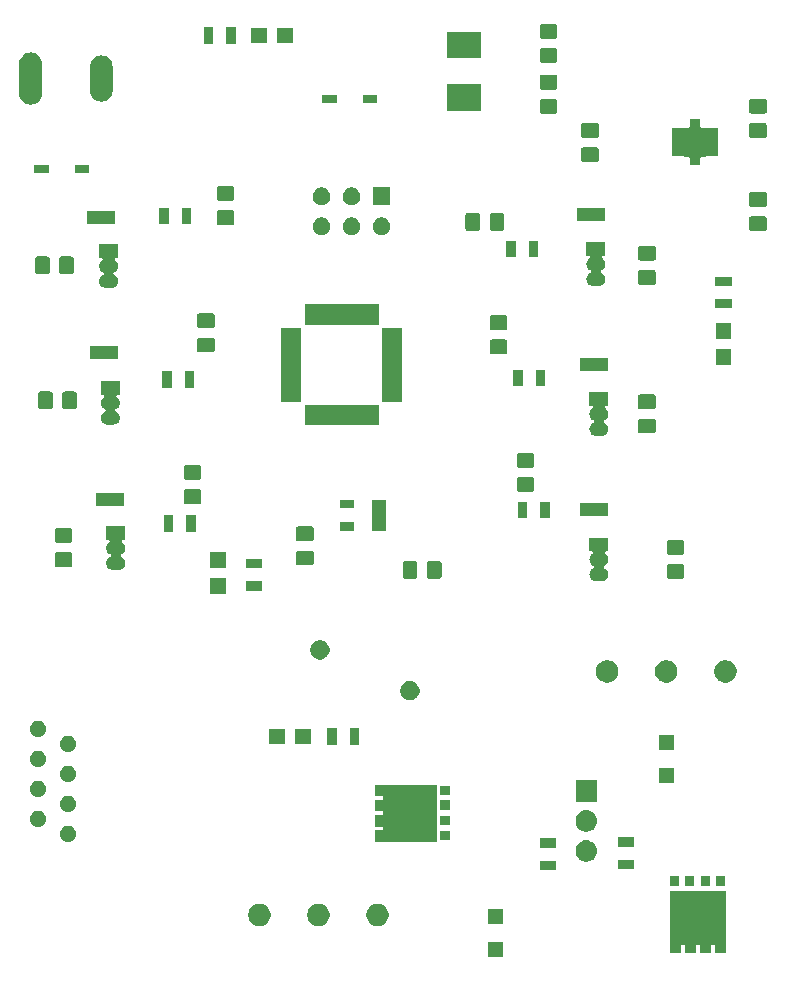
<source format=gbr>
G04 #@! TF.GenerationSoftware,KiCad,Pcbnew,(5.1.4)-1*
G04 #@! TF.CreationDate,2021-01-18T10:38:23+05:30*
G04 #@! TF.ProjectId,power,706f7765-722e-46b6-9963-61645f706362,rev?*
G04 #@! TF.SameCoordinates,Original*
G04 #@! TF.FileFunction,Soldermask,Top*
G04 #@! TF.FilePolarity,Negative*
%FSLAX46Y46*%
G04 Gerber Fmt 4.6, Leading zero omitted, Abs format (unit mm)*
G04 Created by KiCad (PCBNEW (5.1.4)-1) date 2021-01-18 10:38:23*
%MOMM*%
%LPD*%
G04 APERTURE LIST*
%ADD10C,0.010000*%
%ADD11C,0.100000*%
G04 APERTURE END LIST*
D10*
G36*
X191678078Y-123057354D02*
G01*
X191678078Y-128207354D01*
X190803078Y-128207354D01*
X190803078Y-127552354D01*
X190420578Y-127552354D01*
X190420578Y-128207354D01*
X189545578Y-128207354D01*
X189545578Y-127552354D01*
X189100578Y-127552354D01*
X189100578Y-128207354D01*
X188225578Y-128207354D01*
X188225578Y-127552354D01*
X187843078Y-127552354D01*
X187843078Y-128207354D01*
X186968078Y-128207354D01*
X186968078Y-123057354D01*
X191678078Y-123057354D01*
G37*
X191678078Y-123057354D02*
X191678078Y-128207354D01*
X190803078Y-128207354D01*
X190803078Y-127552354D01*
X190420578Y-127552354D01*
X190420578Y-128207354D01*
X189545578Y-128207354D01*
X189545578Y-127552354D01*
X189100578Y-127552354D01*
X189100578Y-128207354D01*
X188225578Y-128207354D01*
X188225578Y-127552354D01*
X187843078Y-127552354D01*
X187843078Y-128207354D01*
X186968078Y-128207354D01*
X186968078Y-123057354D01*
X191678078Y-123057354D01*
G36*
X167149500Y-118814000D02*
G01*
X161999500Y-118814000D01*
X161999500Y-117939000D01*
X162654500Y-117939000D01*
X162654500Y-117556500D01*
X161999500Y-117556500D01*
X161999500Y-116681500D01*
X162654500Y-116681500D01*
X162654500Y-116236500D01*
X161999500Y-116236500D01*
X161999500Y-115361500D01*
X162654500Y-115361500D01*
X162654500Y-114979000D01*
X161999500Y-114979000D01*
X161999500Y-114104000D01*
X167149500Y-114104000D01*
X167149500Y-118814000D01*
G37*
X167149500Y-118814000D02*
X161999500Y-118814000D01*
X161999500Y-117939000D01*
X162654500Y-117939000D01*
X162654500Y-117556500D01*
X161999500Y-117556500D01*
X161999500Y-116681500D01*
X162654500Y-116681500D01*
X162654500Y-116236500D01*
X161999500Y-116236500D01*
X161999500Y-115361500D01*
X162654500Y-115361500D01*
X162654500Y-114979000D01*
X161999500Y-114979000D01*
X161999500Y-114104000D01*
X167149500Y-114104000D01*
X167149500Y-118814000D01*
D11*
G36*
X172863000Y-128670000D02*
G01*
X171561000Y-128670000D01*
X171561000Y-127368000D01*
X172863000Y-127368000D01*
X172863000Y-128670000D01*
X172863000Y-128670000D01*
G37*
G36*
X162503395Y-124180546D02*
G01*
X162676466Y-124252234D01*
X162676467Y-124252235D01*
X162832227Y-124356310D01*
X162964690Y-124488773D01*
X162964691Y-124488775D01*
X163068766Y-124644534D01*
X163140454Y-124817605D01*
X163177000Y-125001333D01*
X163177000Y-125188667D01*
X163140454Y-125372395D01*
X163068766Y-125545466D01*
X163068765Y-125545467D01*
X162964690Y-125701227D01*
X162832227Y-125833690D01*
X162777885Y-125870000D01*
X162676466Y-125937766D01*
X162503395Y-126009454D01*
X162319667Y-126046000D01*
X162132333Y-126046000D01*
X161948605Y-126009454D01*
X161775534Y-125937766D01*
X161674115Y-125870000D01*
X161619773Y-125833690D01*
X161487310Y-125701227D01*
X161383235Y-125545467D01*
X161383234Y-125545466D01*
X161311546Y-125372395D01*
X161275000Y-125188667D01*
X161275000Y-125001333D01*
X161311546Y-124817605D01*
X161383234Y-124644534D01*
X161487309Y-124488775D01*
X161487310Y-124488773D01*
X161619773Y-124356310D01*
X161775533Y-124252235D01*
X161775534Y-124252234D01*
X161948605Y-124180546D01*
X162132333Y-124144000D01*
X162319667Y-124144000D01*
X162503395Y-124180546D01*
X162503395Y-124180546D01*
G37*
G36*
X152503395Y-124180546D02*
G01*
X152676466Y-124252234D01*
X152676467Y-124252235D01*
X152832227Y-124356310D01*
X152964690Y-124488773D01*
X152964691Y-124488775D01*
X153068766Y-124644534D01*
X153140454Y-124817605D01*
X153177000Y-125001333D01*
X153177000Y-125188667D01*
X153140454Y-125372395D01*
X153068766Y-125545466D01*
X153068765Y-125545467D01*
X152964690Y-125701227D01*
X152832227Y-125833690D01*
X152777885Y-125870000D01*
X152676466Y-125937766D01*
X152503395Y-126009454D01*
X152319667Y-126046000D01*
X152132333Y-126046000D01*
X151948605Y-126009454D01*
X151775534Y-125937766D01*
X151674115Y-125870000D01*
X151619773Y-125833690D01*
X151487310Y-125701227D01*
X151383235Y-125545467D01*
X151383234Y-125545466D01*
X151311546Y-125372395D01*
X151275000Y-125188667D01*
X151275000Y-125001333D01*
X151311546Y-124817605D01*
X151383234Y-124644534D01*
X151487309Y-124488775D01*
X151487310Y-124488773D01*
X151619773Y-124356310D01*
X151775533Y-124252235D01*
X151775534Y-124252234D01*
X151948605Y-124180546D01*
X152132333Y-124144000D01*
X152319667Y-124144000D01*
X152503395Y-124180546D01*
X152503395Y-124180546D01*
G37*
G36*
X157503395Y-124180546D02*
G01*
X157676466Y-124252234D01*
X157676467Y-124252235D01*
X157832227Y-124356310D01*
X157964690Y-124488773D01*
X157964691Y-124488775D01*
X158068766Y-124644534D01*
X158140454Y-124817605D01*
X158177000Y-125001333D01*
X158177000Y-125188667D01*
X158140454Y-125372395D01*
X158068766Y-125545466D01*
X158068765Y-125545467D01*
X157964690Y-125701227D01*
X157832227Y-125833690D01*
X157777885Y-125870000D01*
X157676466Y-125937766D01*
X157503395Y-126009454D01*
X157319667Y-126046000D01*
X157132333Y-126046000D01*
X156948605Y-126009454D01*
X156775534Y-125937766D01*
X156674115Y-125870000D01*
X156619773Y-125833690D01*
X156487310Y-125701227D01*
X156383235Y-125545467D01*
X156383234Y-125545466D01*
X156311546Y-125372395D01*
X156275000Y-125188667D01*
X156275000Y-125001333D01*
X156311546Y-124817605D01*
X156383234Y-124644534D01*
X156487309Y-124488775D01*
X156487310Y-124488773D01*
X156619773Y-124356310D01*
X156775533Y-124252235D01*
X156775534Y-124252234D01*
X156948605Y-124180546D01*
X157132333Y-124144000D01*
X157319667Y-124144000D01*
X157503395Y-124180546D01*
X157503395Y-124180546D01*
G37*
G36*
X172863000Y-125870000D02*
G01*
X171561000Y-125870000D01*
X171561000Y-124568000D01*
X172863000Y-124568000D01*
X172863000Y-125870000D01*
X172863000Y-125870000D01*
G37*
G36*
X189051578Y-122653354D02*
G01*
X188274578Y-122653354D01*
X188274578Y-121801354D01*
X189051578Y-121801354D01*
X189051578Y-122653354D01*
X189051578Y-122653354D01*
G37*
G36*
X191629078Y-122653354D02*
G01*
X190852078Y-122653354D01*
X190852078Y-121801354D01*
X191629078Y-121801354D01*
X191629078Y-122653354D01*
X191629078Y-122653354D01*
G37*
G36*
X187794078Y-122653354D02*
G01*
X187017078Y-122653354D01*
X187017078Y-121801354D01*
X187794078Y-121801354D01*
X187794078Y-122653354D01*
X187794078Y-122653354D01*
G37*
G36*
X190371578Y-122653354D02*
G01*
X189594578Y-122653354D01*
X189594578Y-121801354D01*
X190371578Y-121801354D01*
X190371578Y-122653354D01*
X190371578Y-122653354D01*
G37*
G36*
X177358000Y-121300000D02*
G01*
X175956000Y-121300000D01*
X175956000Y-120498000D01*
X177358000Y-120498000D01*
X177358000Y-121300000D01*
X177358000Y-121300000D01*
G37*
G36*
X183962000Y-121239000D02*
G01*
X182560000Y-121239000D01*
X182560000Y-120437000D01*
X183962000Y-120437000D01*
X183962000Y-121239000D01*
X183962000Y-121239000D01*
G37*
G36*
X180009951Y-118795792D02*
G01*
X180076136Y-118802311D01*
X180245975Y-118853831D01*
X180245977Y-118853832D01*
X180324238Y-118895664D01*
X180402500Y-118937496D01*
X180438238Y-118966826D01*
X180539695Y-119050088D01*
X180622957Y-119151545D01*
X180652287Y-119187283D01*
X180735952Y-119343808D01*
X180787472Y-119513647D01*
X180804868Y-119690274D01*
X180787472Y-119866901D01*
X180735952Y-120036740D01*
X180652287Y-120193265D01*
X180622957Y-120229003D01*
X180539695Y-120330460D01*
X180438238Y-120413722D01*
X180402500Y-120443052D01*
X180245975Y-120526717D01*
X180076136Y-120578237D01*
X180009952Y-120584755D01*
X179943769Y-120591274D01*
X179855249Y-120591274D01*
X179789066Y-120584755D01*
X179722882Y-120578237D01*
X179553043Y-120526717D01*
X179396518Y-120443052D01*
X179360780Y-120413722D01*
X179259323Y-120330460D01*
X179176061Y-120229003D01*
X179146731Y-120193265D01*
X179063066Y-120036740D01*
X179011546Y-119866901D01*
X178994150Y-119690274D01*
X179011546Y-119513647D01*
X179063066Y-119343808D01*
X179146731Y-119187283D01*
X179176061Y-119151545D01*
X179259323Y-119050088D01*
X179360780Y-118966826D01*
X179396518Y-118937496D01*
X179474780Y-118895664D01*
X179553041Y-118853832D01*
X179553043Y-118853831D01*
X179722882Y-118802311D01*
X179789067Y-118795792D01*
X179855249Y-118789274D01*
X179943769Y-118789274D01*
X180009951Y-118795792D01*
X180009951Y-118795792D01*
G37*
G36*
X177358000Y-119400000D02*
G01*
X175956000Y-119400000D01*
X175956000Y-118598000D01*
X177358000Y-118598000D01*
X177358000Y-119400000D01*
X177358000Y-119400000D01*
G37*
G36*
X183962000Y-119339000D02*
G01*
X182560000Y-119339000D01*
X182560000Y-118537000D01*
X183962000Y-118537000D01*
X183962000Y-119339000D01*
X183962000Y-119339000D01*
G37*
G36*
X136221473Y-117562938D02*
G01*
X136349049Y-117615782D01*
X136463859Y-117692495D01*
X136561505Y-117790141D01*
X136638218Y-117904951D01*
X136691062Y-118032527D01*
X136718000Y-118167956D01*
X136718000Y-118306044D01*
X136691062Y-118441473D01*
X136638218Y-118569049D01*
X136561505Y-118683859D01*
X136463859Y-118781505D01*
X136349049Y-118858218D01*
X136221473Y-118911062D01*
X136086044Y-118938000D01*
X135947956Y-118938000D01*
X135812527Y-118911062D01*
X135684951Y-118858218D01*
X135570141Y-118781505D01*
X135472495Y-118683859D01*
X135395782Y-118569049D01*
X135342938Y-118441473D01*
X135316000Y-118306044D01*
X135316000Y-118167956D01*
X135342938Y-118032527D01*
X135395782Y-117904951D01*
X135472495Y-117790141D01*
X135570141Y-117692495D01*
X135684951Y-117615782D01*
X135812527Y-117562938D01*
X135947956Y-117536000D01*
X136086044Y-117536000D01*
X136221473Y-117562938D01*
X136221473Y-117562938D01*
G37*
G36*
X168405500Y-118765000D02*
G01*
X167553500Y-118765000D01*
X167553500Y-117988000D01*
X168405500Y-117988000D01*
X168405500Y-118765000D01*
X168405500Y-118765000D01*
G37*
G36*
X180009951Y-116255792D02*
G01*
X180076136Y-116262311D01*
X180245975Y-116313831D01*
X180245977Y-116313832D01*
X180305751Y-116345782D01*
X180402500Y-116397496D01*
X180432961Y-116422495D01*
X180539695Y-116510088D01*
X180622957Y-116611545D01*
X180652287Y-116647283D01*
X180735952Y-116803808D01*
X180787472Y-116973647D01*
X180804868Y-117150274D01*
X180787472Y-117326901D01*
X180735952Y-117496740D01*
X180735951Y-117496742D01*
X180728060Y-117511505D01*
X180652287Y-117653265D01*
X180640194Y-117668000D01*
X180539695Y-117790460D01*
X180438238Y-117873722D01*
X180402500Y-117903052D01*
X180245975Y-117986717D01*
X180076136Y-118038237D01*
X180009951Y-118044756D01*
X179943769Y-118051274D01*
X179855249Y-118051274D01*
X179789067Y-118044756D01*
X179722882Y-118038237D01*
X179553043Y-117986717D01*
X179396518Y-117903052D01*
X179360780Y-117873722D01*
X179259323Y-117790460D01*
X179158824Y-117668000D01*
X179146731Y-117653265D01*
X179070958Y-117511505D01*
X179063067Y-117496742D01*
X179063066Y-117496740D01*
X179011546Y-117326901D01*
X178994150Y-117150274D01*
X179011546Y-116973647D01*
X179063066Y-116803808D01*
X179146731Y-116647283D01*
X179176061Y-116611545D01*
X179259323Y-116510088D01*
X179366057Y-116422495D01*
X179396518Y-116397496D01*
X179493267Y-116345782D01*
X179553041Y-116313832D01*
X179553043Y-116313831D01*
X179722882Y-116262311D01*
X179789067Y-116255792D01*
X179855249Y-116249274D01*
X179943769Y-116249274D01*
X180009951Y-116255792D01*
X180009951Y-116255792D01*
G37*
G36*
X133681473Y-116292938D02*
G01*
X133809049Y-116345782D01*
X133923859Y-116422495D01*
X134021505Y-116520141D01*
X134098218Y-116634951D01*
X134151062Y-116762527D01*
X134178000Y-116897956D01*
X134178000Y-117036044D01*
X134151062Y-117171473D01*
X134098218Y-117299049D01*
X134021505Y-117413859D01*
X133923859Y-117511505D01*
X133809049Y-117588218D01*
X133681473Y-117641062D01*
X133546044Y-117668000D01*
X133407956Y-117668000D01*
X133272527Y-117641062D01*
X133144951Y-117588218D01*
X133030141Y-117511505D01*
X132932495Y-117413859D01*
X132855782Y-117299049D01*
X132802938Y-117171473D01*
X132776000Y-117036044D01*
X132776000Y-116897956D01*
X132802938Y-116762527D01*
X132855782Y-116634951D01*
X132932495Y-116520141D01*
X133030141Y-116422495D01*
X133144951Y-116345782D01*
X133272527Y-116292938D01*
X133407956Y-116266000D01*
X133546044Y-116266000D01*
X133681473Y-116292938D01*
X133681473Y-116292938D01*
G37*
G36*
X168405500Y-117507500D02*
G01*
X167553500Y-117507500D01*
X167553500Y-116730500D01*
X168405500Y-116730500D01*
X168405500Y-117507500D01*
X168405500Y-117507500D01*
G37*
G36*
X136221473Y-115022938D02*
G01*
X136349049Y-115075782D01*
X136463859Y-115152495D01*
X136561505Y-115250141D01*
X136638218Y-115364951D01*
X136691062Y-115492527D01*
X136718000Y-115627956D01*
X136718000Y-115766044D01*
X136691062Y-115901473D01*
X136638218Y-116029049D01*
X136561505Y-116143859D01*
X136463859Y-116241505D01*
X136349049Y-116318218D01*
X136221473Y-116371062D01*
X136086044Y-116398000D01*
X135947956Y-116398000D01*
X135812527Y-116371062D01*
X135684951Y-116318218D01*
X135570141Y-116241505D01*
X135472495Y-116143859D01*
X135395782Y-116029049D01*
X135342938Y-115901473D01*
X135316000Y-115766044D01*
X135316000Y-115627956D01*
X135342938Y-115492527D01*
X135395782Y-115364951D01*
X135472495Y-115250141D01*
X135570141Y-115152495D01*
X135684951Y-115075782D01*
X135812527Y-115022938D01*
X135947956Y-114996000D01*
X136086044Y-114996000D01*
X136221473Y-115022938D01*
X136221473Y-115022938D01*
G37*
G36*
X168405500Y-116187500D02*
G01*
X167553500Y-116187500D01*
X167553500Y-115410500D01*
X168405500Y-115410500D01*
X168405500Y-116187500D01*
X168405500Y-116187500D01*
G37*
G36*
X180800509Y-115511274D02*
G01*
X178998509Y-115511274D01*
X178998509Y-113709274D01*
X180800509Y-113709274D01*
X180800509Y-115511274D01*
X180800509Y-115511274D01*
G37*
G36*
X133681473Y-113752938D02*
G01*
X133809049Y-113805782D01*
X133923859Y-113882495D01*
X134021505Y-113980141D01*
X134098218Y-114094951D01*
X134151062Y-114222527D01*
X134178000Y-114357956D01*
X134178000Y-114496044D01*
X134151062Y-114631473D01*
X134098218Y-114759049D01*
X134021505Y-114873859D01*
X133923859Y-114971505D01*
X133809049Y-115048218D01*
X133681473Y-115101062D01*
X133546044Y-115128000D01*
X133407956Y-115128000D01*
X133272527Y-115101062D01*
X133144951Y-115048218D01*
X133030141Y-114971505D01*
X132932495Y-114873859D01*
X132855782Y-114759049D01*
X132802938Y-114631473D01*
X132776000Y-114496044D01*
X132776000Y-114357956D01*
X132802938Y-114222527D01*
X132855782Y-114094951D01*
X132932495Y-113980141D01*
X133030141Y-113882495D01*
X133144951Y-113805782D01*
X133272527Y-113752938D01*
X133407956Y-113726000D01*
X133546044Y-113726000D01*
X133681473Y-113752938D01*
X133681473Y-113752938D01*
G37*
G36*
X168405500Y-114930000D02*
G01*
X167553500Y-114930000D01*
X167553500Y-114153000D01*
X168405500Y-114153000D01*
X168405500Y-114930000D01*
X168405500Y-114930000D01*
G37*
G36*
X187341000Y-113938000D02*
G01*
X186039000Y-113938000D01*
X186039000Y-112636000D01*
X187341000Y-112636000D01*
X187341000Y-113938000D01*
X187341000Y-113938000D01*
G37*
G36*
X136221473Y-112482938D02*
G01*
X136349049Y-112535782D01*
X136463859Y-112612495D01*
X136561505Y-112710141D01*
X136638218Y-112824951D01*
X136691062Y-112952527D01*
X136718000Y-113087956D01*
X136718000Y-113226044D01*
X136691062Y-113361473D01*
X136638218Y-113489049D01*
X136561505Y-113603859D01*
X136463859Y-113701505D01*
X136349049Y-113778218D01*
X136221473Y-113831062D01*
X136086044Y-113858000D01*
X135947956Y-113858000D01*
X135812527Y-113831062D01*
X135684951Y-113778218D01*
X135570141Y-113701505D01*
X135472495Y-113603859D01*
X135395782Y-113489049D01*
X135342938Y-113361473D01*
X135316000Y-113226044D01*
X135316000Y-113087956D01*
X135342938Y-112952527D01*
X135395782Y-112824951D01*
X135472495Y-112710141D01*
X135570141Y-112612495D01*
X135684951Y-112535782D01*
X135812527Y-112482938D01*
X135947956Y-112456000D01*
X136086044Y-112456000D01*
X136221473Y-112482938D01*
X136221473Y-112482938D01*
G37*
G36*
X133681473Y-111212938D02*
G01*
X133809049Y-111265782D01*
X133923859Y-111342495D01*
X134021505Y-111440141D01*
X134098218Y-111554951D01*
X134151062Y-111682527D01*
X134178000Y-111817956D01*
X134178000Y-111956044D01*
X134151062Y-112091473D01*
X134098218Y-112219049D01*
X134021505Y-112333859D01*
X133923859Y-112431505D01*
X133809049Y-112508218D01*
X133681473Y-112561062D01*
X133546044Y-112588000D01*
X133407956Y-112588000D01*
X133272527Y-112561062D01*
X133144951Y-112508218D01*
X133030141Y-112431505D01*
X132932495Y-112333859D01*
X132855782Y-112219049D01*
X132802938Y-112091473D01*
X132776000Y-111956044D01*
X132776000Y-111817956D01*
X132802938Y-111682527D01*
X132855782Y-111554951D01*
X132932495Y-111440141D01*
X133030141Y-111342495D01*
X133144951Y-111265782D01*
X133272527Y-111212938D01*
X133407956Y-111186000D01*
X133546044Y-111186000D01*
X133681473Y-111212938D01*
X133681473Y-111212938D01*
G37*
G36*
X136221473Y-109942938D02*
G01*
X136349049Y-109995782D01*
X136463859Y-110072495D01*
X136561505Y-110170141D01*
X136638218Y-110284951D01*
X136691062Y-110412527D01*
X136718000Y-110547956D01*
X136718000Y-110686044D01*
X136691062Y-110821473D01*
X136638218Y-110949049D01*
X136561505Y-111063859D01*
X136463859Y-111161505D01*
X136349049Y-111238218D01*
X136221473Y-111291062D01*
X136086044Y-111318000D01*
X135947956Y-111318000D01*
X135812527Y-111291062D01*
X135684951Y-111238218D01*
X135570141Y-111161505D01*
X135472495Y-111063859D01*
X135395782Y-110949049D01*
X135342938Y-110821473D01*
X135316000Y-110686044D01*
X135316000Y-110547956D01*
X135342938Y-110412527D01*
X135395782Y-110284951D01*
X135472495Y-110170141D01*
X135570141Y-110072495D01*
X135684951Y-109995782D01*
X135812527Y-109942938D01*
X135947956Y-109916000D01*
X136086044Y-109916000D01*
X136221473Y-109942938D01*
X136221473Y-109942938D01*
G37*
G36*
X187341000Y-111138000D02*
G01*
X186039000Y-111138000D01*
X186039000Y-109836000D01*
X187341000Y-109836000D01*
X187341000Y-111138000D01*
X187341000Y-111138000D01*
G37*
G36*
X160667862Y-110713539D02*
G01*
X159865862Y-110713539D01*
X159865862Y-109311539D01*
X160667862Y-109311539D01*
X160667862Y-110713539D01*
X160667862Y-110713539D01*
G37*
G36*
X158767862Y-110713539D02*
G01*
X157965862Y-110713539D01*
X157965862Y-109311539D01*
X158767862Y-109311539D01*
X158767862Y-110713539D01*
X158767862Y-110713539D01*
G37*
G36*
X156579862Y-110663539D02*
G01*
X155277862Y-110663539D01*
X155277862Y-109361539D01*
X156579862Y-109361539D01*
X156579862Y-110663539D01*
X156579862Y-110663539D01*
G37*
G36*
X154379862Y-110663539D02*
G01*
X153077862Y-110663539D01*
X153077862Y-109361539D01*
X154379862Y-109361539D01*
X154379862Y-110663539D01*
X154379862Y-110663539D01*
G37*
G36*
X133681473Y-108672938D02*
G01*
X133809049Y-108725782D01*
X133923859Y-108802495D01*
X134021505Y-108900141D01*
X134098218Y-109014951D01*
X134151062Y-109142527D01*
X134178000Y-109277956D01*
X134178000Y-109416044D01*
X134151062Y-109551473D01*
X134098218Y-109679049D01*
X134021505Y-109793859D01*
X133923859Y-109891505D01*
X133809049Y-109968218D01*
X133681473Y-110021062D01*
X133546044Y-110048000D01*
X133407956Y-110048000D01*
X133272527Y-110021062D01*
X133144951Y-109968218D01*
X133030141Y-109891505D01*
X132932495Y-109793859D01*
X132855782Y-109679049D01*
X132802938Y-109551473D01*
X132776000Y-109416044D01*
X132776000Y-109277956D01*
X132802938Y-109142527D01*
X132855782Y-109014951D01*
X132932495Y-108900141D01*
X133030141Y-108802495D01*
X133144951Y-108725782D01*
X133272527Y-108672938D01*
X133407956Y-108646000D01*
X133546044Y-108646000D01*
X133681473Y-108672938D01*
X133681473Y-108672938D01*
G37*
G36*
X165210142Y-105339442D02*
G01*
X165358101Y-105400729D01*
X165491255Y-105489699D01*
X165604501Y-105602945D01*
X165693471Y-105736099D01*
X165754758Y-105884058D01*
X165786000Y-106041125D01*
X165786000Y-106201275D01*
X165754758Y-106358342D01*
X165693471Y-106506301D01*
X165604501Y-106639455D01*
X165491255Y-106752701D01*
X165358101Y-106841671D01*
X165210142Y-106902958D01*
X165053075Y-106934200D01*
X164892925Y-106934200D01*
X164735858Y-106902958D01*
X164587899Y-106841671D01*
X164454745Y-106752701D01*
X164341499Y-106639455D01*
X164252529Y-106506301D01*
X164191242Y-106358342D01*
X164160000Y-106201275D01*
X164160000Y-106041125D01*
X164191242Y-105884058D01*
X164252529Y-105736099D01*
X164341499Y-105602945D01*
X164454745Y-105489699D01*
X164587899Y-105400729D01*
X164735858Y-105339442D01*
X164892925Y-105308200D01*
X165053075Y-105308200D01*
X165210142Y-105339442D01*
X165210142Y-105339442D01*
G37*
G36*
X191952647Y-103564763D02*
G01*
X192125718Y-103636451D01*
X192125719Y-103636452D01*
X192281479Y-103740527D01*
X192413942Y-103872990D01*
X192413943Y-103872992D01*
X192518018Y-104028751D01*
X192589706Y-104201822D01*
X192626252Y-104385550D01*
X192626252Y-104572884D01*
X192589706Y-104756612D01*
X192518018Y-104929683D01*
X192518017Y-104929684D01*
X192413942Y-105085444D01*
X192281479Y-105217907D01*
X192203070Y-105270298D01*
X192125718Y-105321983D01*
X191952647Y-105393671D01*
X191768919Y-105430217D01*
X191581585Y-105430217D01*
X191397857Y-105393671D01*
X191224786Y-105321983D01*
X191147434Y-105270298D01*
X191069025Y-105217907D01*
X190936562Y-105085444D01*
X190832487Y-104929684D01*
X190832486Y-104929683D01*
X190760798Y-104756612D01*
X190724252Y-104572884D01*
X190724252Y-104385550D01*
X190760798Y-104201822D01*
X190832486Y-104028751D01*
X190936561Y-103872992D01*
X190936562Y-103872990D01*
X191069025Y-103740527D01*
X191224785Y-103636452D01*
X191224786Y-103636451D01*
X191397857Y-103564763D01*
X191581585Y-103528217D01*
X191768919Y-103528217D01*
X191952647Y-103564763D01*
X191952647Y-103564763D01*
G37*
G36*
X181952647Y-103564763D02*
G01*
X182125718Y-103636451D01*
X182125719Y-103636452D01*
X182281479Y-103740527D01*
X182413942Y-103872990D01*
X182413943Y-103872992D01*
X182518018Y-104028751D01*
X182589706Y-104201822D01*
X182626252Y-104385550D01*
X182626252Y-104572884D01*
X182589706Y-104756612D01*
X182518018Y-104929683D01*
X182518017Y-104929684D01*
X182413942Y-105085444D01*
X182281479Y-105217907D01*
X182203070Y-105270298D01*
X182125718Y-105321983D01*
X181952647Y-105393671D01*
X181768919Y-105430217D01*
X181581585Y-105430217D01*
X181397857Y-105393671D01*
X181224786Y-105321983D01*
X181147434Y-105270298D01*
X181069025Y-105217907D01*
X180936562Y-105085444D01*
X180832487Y-104929684D01*
X180832486Y-104929683D01*
X180760798Y-104756612D01*
X180724252Y-104572884D01*
X180724252Y-104385550D01*
X180760798Y-104201822D01*
X180832486Y-104028751D01*
X180936561Y-103872992D01*
X180936562Y-103872990D01*
X181069025Y-103740527D01*
X181224785Y-103636452D01*
X181224786Y-103636451D01*
X181397857Y-103564763D01*
X181581585Y-103528217D01*
X181768919Y-103528217D01*
X181952647Y-103564763D01*
X181952647Y-103564763D01*
G37*
G36*
X186952647Y-103564763D02*
G01*
X187125718Y-103636451D01*
X187125719Y-103636452D01*
X187281479Y-103740527D01*
X187413942Y-103872990D01*
X187413943Y-103872992D01*
X187518018Y-104028751D01*
X187589706Y-104201822D01*
X187626252Y-104385550D01*
X187626252Y-104572884D01*
X187589706Y-104756612D01*
X187518018Y-104929683D01*
X187518017Y-104929684D01*
X187413942Y-105085444D01*
X187281479Y-105217907D01*
X187203070Y-105270298D01*
X187125718Y-105321983D01*
X186952647Y-105393671D01*
X186768919Y-105430217D01*
X186581585Y-105430217D01*
X186397857Y-105393671D01*
X186224786Y-105321983D01*
X186147434Y-105270298D01*
X186069025Y-105217907D01*
X185936562Y-105085444D01*
X185832487Y-104929684D01*
X185832486Y-104929683D01*
X185760798Y-104756612D01*
X185724252Y-104572884D01*
X185724252Y-104385550D01*
X185760798Y-104201822D01*
X185832486Y-104028751D01*
X185936561Y-103872992D01*
X185936562Y-103872990D01*
X186069025Y-103740527D01*
X186224785Y-103636452D01*
X186224786Y-103636451D01*
X186397857Y-103564763D01*
X186581585Y-103528217D01*
X186768919Y-103528217D01*
X186952647Y-103564763D01*
X186952647Y-103564763D01*
G37*
G36*
X157590142Y-101885042D02*
G01*
X157738101Y-101946329D01*
X157871255Y-102035299D01*
X157984501Y-102148545D01*
X158073471Y-102281699D01*
X158134758Y-102429658D01*
X158166000Y-102586725D01*
X158166000Y-102746875D01*
X158134758Y-102903942D01*
X158073471Y-103051901D01*
X157984501Y-103185055D01*
X157871255Y-103298301D01*
X157738101Y-103387271D01*
X157590142Y-103448558D01*
X157433075Y-103479800D01*
X157272925Y-103479800D01*
X157115858Y-103448558D01*
X156967899Y-103387271D01*
X156834745Y-103298301D01*
X156721499Y-103185055D01*
X156632529Y-103051901D01*
X156571242Y-102903942D01*
X156540000Y-102746875D01*
X156540000Y-102586725D01*
X156571242Y-102429658D01*
X156632529Y-102281699D01*
X156721499Y-102148545D01*
X156834745Y-102035299D01*
X156967899Y-101946329D01*
X157115858Y-101885042D01*
X157272925Y-101853800D01*
X157433075Y-101853800D01*
X157590142Y-101885042D01*
X157590142Y-101885042D01*
G37*
G36*
X149368000Y-97890000D02*
G01*
X148066000Y-97890000D01*
X148066000Y-96588000D01*
X149368000Y-96588000D01*
X149368000Y-97890000D01*
X149368000Y-97890000D01*
G37*
G36*
X152487530Y-97660362D02*
G01*
X151085530Y-97660362D01*
X151085530Y-96858362D01*
X152487530Y-96858362D01*
X152487530Y-97660362D01*
X152487530Y-97660362D01*
G37*
G36*
X181776000Y-94302000D02*
G01*
X181611660Y-94302000D01*
X181587274Y-94304402D01*
X181563825Y-94311515D01*
X181542214Y-94323066D01*
X181523272Y-94338611D01*
X181507727Y-94357553D01*
X181496176Y-94379164D01*
X181489063Y-94402613D01*
X181486661Y-94426999D01*
X181489063Y-94451385D01*
X181496176Y-94474834D01*
X181507727Y-94496445D01*
X181523272Y-94515387D01*
X181532345Y-94523609D01*
X181609264Y-94586736D01*
X181681244Y-94674443D01*
X181708119Y-94724724D01*
X181734728Y-94774505D01*
X181734729Y-94774508D01*
X181767666Y-94883084D01*
X181778787Y-94996000D01*
X181767666Y-95108916D01*
X181735874Y-95213718D01*
X181734728Y-95217495D01*
X181715429Y-95253601D01*
X181681244Y-95317557D01*
X181609264Y-95405264D01*
X181521557Y-95477244D01*
X181442251Y-95519633D01*
X181440141Y-95520761D01*
X181419766Y-95534375D01*
X181402439Y-95551702D01*
X181388826Y-95572076D01*
X181379448Y-95594715D01*
X181374668Y-95618748D01*
X181374668Y-95643252D01*
X181379448Y-95667285D01*
X181388826Y-95689924D01*
X181402440Y-95710299D01*
X181419767Y-95727626D01*
X181440141Y-95741239D01*
X181521557Y-95784756D01*
X181609264Y-95856736D01*
X181681244Y-95944443D01*
X181715429Y-96008399D01*
X181734728Y-96044505D01*
X181734729Y-96044508D01*
X181767666Y-96153084D01*
X181778787Y-96266000D01*
X181767666Y-96378916D01*
X181737310Y-96478983D01*
X181734728Y-96487495D01*
X181721968Y-96511367D01*
X181681244Y-96587557D01*
X181609264Y-96675264D01*
X181521557Y-96747244D01*
X181457601Y-96781429D01*
X181421495Y-96800728D01*
X181421492Y-96800729D01*
X181312916Y-96833666D01*
X181228298Y-96842000D01*
X180721702Y-96842000D01*
X180637084Y-96833666D01*
X180528508Y-96800729D01*
X180528505Y-96800728D01*
X180492399Y-96781429D01*
X180428443Y-96747244D01*
X180340736Y-96675264D01*
X180268756Y-96587557D01*
X180228032Y-96511367D01*
X180215272Y-96487495D01*
X180212690Y-96478983D01*
X180182334Y-96378916D01*
X180171213Y-96266000D01*
X180182334Y-96153084D01*
X180215271Y-96044508D01*
X180215272Y-96044505D01*
X180234571Y-96008399D01*
X180268756Y-95944443D01*
X180340736Y-95856736D01*
X180428443Y-95784756D01*
X180509859Y-95741239D01*
X180530234Y-95727625D01*
X180547561Y-95710298D01*
X180561174Y-95689924D01*
X180570552Y-95667285D01*
X180575332Y-95643252D01*
X180575332Y-95618748D01*
X180570552Y-95594715D01*
X180561174Y-95572076D01*
X180547560Y-95551701D01*
X180530233Y-95534374D01*
X180509859Y-95520761D01*
X180507749Y-95519633D01*
X180428443Y-95477244D01*
X180340736Y-95405264D01*
X180268756Y-95317557D01*
X180234571Y-95253601D01*
X180215272Y-95217495D01*
X180214126Y-95213718D01*
X180182334Y-95108916D01*
X180171213Y-94996000D01*
X180182334Y-94883084D01*
X180215271Y-94774508D01*
X180215272Y-94774505D01*
X180241881Y-94724724D01*
X180268756Y-94674443D01*
X180340736Y-94586736D01*
X180417646Y-94523617D01*
X180434965Y-94506298D01*
X180448579Y-94485923D01*
X180457957Y-94463284D01*
X180462737Y-94439251D01*
X180462737Y-94414747D01*
X180457957Y-94390714D01*
X180448579Y-94368075D01*
X180434966Y-94347701D01*
X180417639Y-94330374D01*
X180397264Y-94316760D01*
X180374625Y-94307382D01*
X180350592Y-94302602D01*
X180338340Y-94302000D01*
X180174000Y-94302000D01*
X180174000Y-93150000D01*
X181776000Y-93150000D01*
X181776000Y-94302000D01*
X181776000Y-94302000D01*
G37*
G36*
X188040674Y-95399465D02*
G01*
X188078367Y-95410899D01*
X188113103Y-95429466D01*
X188143548Y-95454452D01*
X188168534Y-95484897D01*
X188187101Y-95519633D01*
X188198535Y-95557326D01*
X188203000Y-95602661D01*
X188203000Y-96439339D01*
X188198535Y-96484674D01*
X188187101Y-96522367D01*
X188168534Y-96557103D01*
X188143548Y-96587548D01*
X188113103Y-96612534D01*
X188078367Y-96631101D01*
X188040674Y-96642535D01*
X187995339Y-96647000D01*
X186908661Y-96647000D01*
X186863326Y-96642535D01*
X186825633Y-96631101D01*
X186790897Y-96612534D01*
X186760452Y-96587548D01*
X186735466Y-96557103D01*
X186716899Y-96522367D01*
X186705465Y-96484674D01*
X186701000Y-96439339D01*
X186701000Y-95602661D01*
X186705465Y-95557326D01*
X186716899Y-95519633D01*
X186735466Y-95484897D01*
X186760452Y-95454452D01*
X186790897Y-95429466D01*
X186825633Y-95410899D01*
X186863326Y-95399465D01*
X186908661Y-95395000D01*
X187995339Y-95395000D01*
X188040674Y-95399465D01*
X188040674Y-95399465D01*
G37*
G36*
X167486674Y-95138465D02*
G01*
X167524367Y-95149899D01*
X167559103Y-95168466D01*
X167589548Y-95193452D01*
X167614534Y-95223897D01*
X167633101Y-95258633D01*
X167644535Y-95296326D01*
X167649000Y-95341661D01*
X167649000Y-96428339D01*
X167644535Y-96473674D01*
X167633101Y-96511367D01*
X167614534Y-96546103D01*
X167589548Y-96576548D01*
X167559103Y-96601534D01*
X167524367Y-96620101D01*
X167486674Y-96631535D01*
X167441339Y-96636000D01*
X166604661Y-96636000D01*
X166559326Y-96631535D01*
X166521633Y-96620101D01*
X166486897Y-96601534D01*
X166456452Y-96576548D01*
X166431466Y-96546103D01*
X166412899Y-96511367D01*
X166401465Y-96473674D01*
X166397000Y-96428339D01*
X166397000Y-95341661D01*
X166401465Y-95296326D01*
X166412899Y-95258633D01*
X166431466Y-95223897D01*
X166456452Y-95193452D01*
X166486897Y-95168466D01*
X166521633Y-95149899D01*
X166559326Y-95138465D01*
X166604661Y-95134000D01*
X167441339Y-95134000D01*
X167486674Y-95138465D01*
X167486674Y-95138465D01*
G37*
G36*
X165436674Y-95138465D02*
G01*
X165474367Y-95149899D01*
X165509103Y-95168466D01*
X165539548Y-95193452D01*
X165564534Y-95223897D01*
X165583101Y-95258633D01*
X165594535Y-95296326D01*
X165599000Y-95341661D01*
X165599000Y-96428339D01*
X165594535Y-96473674D01*
X165583101Y-96511367D01*
X165564534Y-96546103D01*
X165539548Y-96576548D01*
X165509103Y-96601534D01*
X165474367Y-96620101D01*
X165436674Y-96631535D01*
X165391339Y-96636000D01*
X164554661Y-96636000D01*
X164509326Y-96631535D01*
X164471633Y-96620101D01*
X164436897Y-96601534D01*
X164406452Y-96576548D01*
X164381466Y-96546103D01*
X164362899Y-96511367D01*
X164351465Y-96473674D01*
X164347000Y-96428339D01*
X164347000Y-95341661D01*
X164351465Y-95296326D01*
X164362899Y-95258633D01*
X164381466Y-95223897D01*
X164406452Y-95193452D01*
X164436897Y-95168466D01*
X164471633Y-95149899D01*
X164509326Y-95138465D01*
X164554661Y-95134000D01*
X165391339Y-95134000D01*
X165436674Y-95138465D01*
X165436674Y-95138465D01*
G37*
G36*
X140871840Y-93336800D02*
G01*
X140707500Y-93336800D01*
X140683114Y-93339202D01*
X140659665Y-93346315D01*
X140638054Y-93357866D01*
X140619112Y-93373411D01*
X140603567Y-93392353D01*
X140592016Y-93413964D01*
X140584903Y-93437413D01*
X140582501Y-93461799D01*
X140584903Y-93486185D01*
X140592016Y-93509634D01*
X140603567Y-93531245D01*
X140619112Y-93550187D01*
X140628185Y-93558409D01*
X140705104Y-93621536D01*
X140777084Y-93709243D01*
X140811269Y-93773199D01*
X140830568Y-93809305D01*
X140830569Y-93809308D01*
X140863506Y-93917884D01*
X140874627Y-94030800D01*
X140863506Y-94143716D01*
X140830569Y-94252292D01*
X140830568Y-94252295D01*
X140814841Y-94281718D01*
X140777084Y-94352357D01*
X140705104Y-94440064D01*
X140617397Y-94512044D01*
X140545775Y-94550326D01*
X140535981Y-94555561D01*
X140515606Y-94569175D01*
X140498279Y-94586502D01*
X140484666Y-94606876D01*
X140475288Y-94629515D01*
X140470508Y-94653548D01*
X140470508Y-94678052D01*
X140475288Y-94702085D01*
X140484666Y-94724724D01*
X140498280Y-94745099D01*
X140515607Y-94762426D01*
X140535981Y-94776039D01*
X140617397Y-94819556D01*
X140705104Y-94891536D01*
X140777084Y-94979243D01*
X140811269Y-95043199D01*
X140830568Y-95079305D01*
X140830569Y-95079308D01*
X140863506Y-95187884D01*
X140874627Y-95300800D01*
X140863506Y-95413716D01*
X140831033Y-95520761D01*
X140830568Y-95522295D01*
X140824111Y-95534375D01*
X140777084Y-95622357D01*
X140705104Y-95710064D01*
X140617397Y-95782044D01*
X140553441Y-95816229D01*
X140517335Y-95835528D01*
X140517332Y-95835529D01*
X140408756Y-95868466D01*
X140324138Y-95876800D01*
X139817542Y-95876800D01*
X139732924Y-95868466D01*
X139624348Y-95835529D01*
X139624345Y-95835528D01*
X139588239Y-95816229D01*
X139524283Y-95782044D01*
X139436576Y-95710064D01*
X139364596Y-95622357D01*
X139317569Y-95534375D01*
X139311112Y-95522295D01*
X139310647Y-95520761D01*
X139278174Y-95413716D01*
X139267053Y-95300800D01*
X139278174Y-95187884D01*
X139311111Y-95079308D01*
X139311112Y-95079305D01*
X139330411Y-95043199D01*
X139364596Y-94979243D01*
X139436576Y-94891536D01*
X139524283Y-94819556D01*
X139605699Y-94776039D01*
X139626074Y-94762425D01*
X139643401Y-94745098D01*
X139657014Y-94724724D01*
X139666392Y-94702085D01*
X139671172Y-94678052D01*
X139671172Y-94653548D01*
X139666392Y-94629515D01*
X139657014Y-94606876D01*
X139643400Y-94586501D01*
X139626073Y-94569174D01*
X139605699Y-94555561D01*
X139595905Y-94550326D01*
X139524283Y-94512044D01*
X139436576Y-94440064D01*
X139364596Y-94352357D01*
X139326839Y-94281718D01*
X139311112Y-94252295D01*
X139311111Y-94252292D01*
X139278174Y-94143716D01*
X139267053Y-94030800D01*
X139278174Y-93917884D01*
X139311111Y-93809308D01*
X139311112Y-93809305D01*
X139330411Y-93773199D01*
X139364596Y-93709243D01*
X139436576Y-93621536D01*
X139513486Y-93558417D01*
X139530805Y-93541098D01*
X139544419Y-93520723D01*
X139553797Y-93498084D01*
X139558577Y-93474051D01*
X139558577Y-93449547D01*
X139553797Y-93425514D01*
X139544419Y-93402875D01*
X139530806Y-93382501D01*
X139513479Y-93365174D01*
X139493104Y-93351560D01*
X139470465Y-93342182D01*
X139446432Y-93337402D01*
X139434180Y-93336800D01*
X139269840Y-93336800D01*
X139269840Y-92184800D01*
X140871840Y-92184800D01*
X140871840Y-93336800D01*
X140871840Y-93336800D01*
G37*
G36*
X152487530Y-95760362D02*
G01*
X151085530Y-95760362D01*
X151085530Y-94958362D01*
X152487530Y-94958362D01*
X152487530Y-95760362D01*
X152487530Y-95760362D01*
G37*
G36*
X149368000Y-95690000D02*
G01*
X148066000Y-95690000D01*
X148066000Y-94388000D01*
X149368000Y-94388000D01*
X149368000Y-95690000D01*
X149368000Y-95690000D01*
G37*
G36*
X136224674Y-94392465D02*
G01*
X136262367Y-94403899D01*
X136297103Y-94422466D01*
X136327548Y-94447452D01*
X136352534Y-94477897D01*
X136371101Y-94512633D01*
X136382535Y-94550326D01*
X136387000Y-94595661D01*
X136387000Y-95432339D01*
X136382535Y-95477674D01*
X136371101Y-95515367D01*
X136352534Y-95550103D01*
X136327548Y-95580548D01*
X136297103Y-95605534D01*
X136262367Y-95624101D01*
X136224674Y-95635535D01*
X136179339Y-95640000D01*
X135092661Y-95640000D01*
X135047326Y-95635535D01*
X135009633Y-95624101D01*
X134974897Y-95605534D01*
X134944452Y-95580548D01*
X134919466Y-95550103D01*
X134900899Y-95515367D01*
X134889465Y-95477674D01*
X134885000Y-95432339D01*
X134885000Y-94595661D01*
X134889465Y-94550326D01*
X134900899Y-94512633D01*
X134919466Y-94477897D01*
X134944452Y-94447452D01*
X134974897Y-94422466D01*
X135009633Y-94403899D01*
X135047326Y-94392465D01*
X135092661Y-94388000D01*
X136179339Y-94388000D01*
X136224674Y-94392465D01*
X136224674Y-94392465D01*
G37*
G36*
X156671674Y-94265465D02*
G01*
X156709367Y-94276899D01*
X156744103Y-94295466D01*
X156774548Y-94320452D01*
X156799534Y-94350897D01*
X156818101Y-94385633D01*
X156829535Y-94423326D01*
X156834000Y-94468661D01*
X156834000Y-95305339D01*
X156829535Y-95350674D01*
X156818101Y-95388367D01*
X156799534Y-95423103D01*
X156774548Y-95453548D01*
X156744103Y-95478534D01*
X156709367Y-95497101D01*
X156671674Y-95508535D01*
X156626339Y-95513000D01*
X155539661Y-95513000D01*
X155494326Y-95508535D01*
X155456633Y-95497101D01*
X155421897Y-95478534D01*
X155391452Y-95453548D01*
X155366466Y-95423103D01*
X155347899Y-95388367D01*
X155336465Y-95350674D01*
X155332000Y-95305339D01*
X155332000Y-94468661D01*
X155336465Y-94423326D01*
X155347899Y-94385633D01*
X155366466Y-94350897D01*
X155391452Y-94320452D01*
X155421897Y-94295466D01*
X155456633Y-94276899D01*
X155494326Y-94265465D01*
X155539661Y-94261000D01*
X156626339Y-94261000D01*
X156671674Y-94265465D01*
X156671674Y-94265465D01*
G37*
G36*
X188040674Y-93349465D02*
G01*
X188078367Y-93360899D01*
X188113103Y-93379466D01*
X188143548Y-93404452D01*
X188168534Y-93434897D01*
X188187101Y-93469633D01*
X188198535Y-93507326D01*
X188203000Y-93552661D01*
X188203000Y-94389339D01*
X188198535Y-94434674D01*
X188187101Y-94472367D01*
X188168534Y-94507103D01*
X188143548Y-94537548D01*
X188113103Y-94562534D01*
X188078367Y-94581101D01*
X188040674Y-94592535D01*
X187995339Y-94597000D01*
X186908661Y-94597000D01*
X186863326Y-94592535D01*
X186825633Y-94581101D01*
X186790897Y-94562534D01*
X186760452Y-94537548D01*
X186735466Y-94507103D01*
X186716899Y-94472367D01*
X186705465Y-94434674D01*
X186701000Y-94389339D01*
X186701000Y-93552661D01*
X186705465Y-93507326D01*
X186716899Y-93469633D01*
X186735466Y-93434897D01*
X186760452Y-93404452D01*
X186790897Y-93379466D01*
X186825633Y-93360899D01*
X186863326Y-93349465D01*
X186908661Y-93345000D01*
X187995339Y-93345000D01*
X188040674Y-93349465D01*
X188040674Y-93349465D01*
G37*
G36*
X136224674Y-92342465D02*
G01*
X136262367Y-92353899D01*
X136297103Y-92372466D01*
X136327548Y-92397452D01*
X136352534Y-92427897D01*
X136371101Y-92462633D01*
X136382535Y-92500326D01*
X136387000Y-92545661D01*
X136387000Y-93382339D01*
X136382535Y-93427674D01*
X136371101Y-93465367D01*
X136352534Y-93500103D01*
X136327548Y-93530548D01*
X136297103Y-93555534D01*
X136262367Y-93574101D01*
X136224674Y-93585535D01*
X136179339Y-93590000D01*
X135092661Y-93590000D01*
X135047326Y-93585535D01*
X135009633Y-93574101D01*
X134974897Y-93555534D01*
X134944452Y-93530548D01*
X134919466Y-93500103D01*
X134900899Y-93465367D01*
X134889465Y-93427674D01*
X134885000Y-93382339D01*
X134885000Y-92545661D01*
X134889465Y-92500326D01*
X134900899Y-92462633D01*
X134919466Y-92427897D01*
X134944452Y-92397452D01*
X134974897Y-92372466D01*
X135009633Y-92353899D01*
X135047326Y-92342465D01*
X135092661Y-92338000D01*
X136179339Y-92338000D01*
X136224674Y-92342465D01*
X136224674Y-92342465D01*
G37*
G36*
X156671674Y-92215465D02*
G01*
X156709367Y-92226899D01*
X156744103Y-92245466D01*
X156774548Y-92270452D01*
X156799534Y-92300897D01*
X156818101Y-92335633D01*
X156829535Y-92373326D01*
X156834000Y-92418661D01*
X156834000Y-93255339D01*
X156829535Y-93300674D01*
X156818101Y-93338367D01*
X156799534Y-93373103D01*
X156774548Y-93403548D01*
X156744103Y-93428534D01*
X156709367Y-93447101D01*
X156671674Y-93458535D01*
X156626339Y-93463000D01*
X155539661Y-93463000D01*
X155494326Y-93458535D01*
X155456633Y-93447101D01*
X155421897Y-93428534D01*
X155391452Y-93403548D01*
X155366466Y-93373103D01*
X155347899Y-93338367D01*
X155336465Y-93300674D01*
X155332000Y-93255339D01*
X155332000Y-92418661D01*
X155336465Y-92373326D01*
X155347899Y-92335633D01*
X155366466Y-92300897D01*
X155391452Y-92270452D01*
X155421897Y-92245466D01*
X155456633Y-92226899D01*
X155494326Y-92215465D01*
X155539661Y-92211000D01*
X156626339Y-92211000D01*
X156671674Y-92215465D01*
X156671674Y-92215465D01*
G37*
G36*
X146847280Y-92674400D02*
G01*
X146045280Y-92674400D01*
X146045280Y-91272400D01*
X146847280Y-91272400D01*
X146847280Y-92674400D01*
X146847280Y-92674400D01*
G37*
G36*
X144947280Y-92674400D02*
G01*
X144145280Y-92674400D01*
X144145280Y-91272400D01*
X144947280Y-91272400D01*
X144947280Y-92674400D01*
X144947280Y-92674400D01*
G37*
G36*
X162920000Y-92586000D02*
G01*
X161730000Y-92586000D01*
X161730000Y-89946000D01*
X162920000Y-89946000D01*
X162920000Y-92586000D01*
X162920000Y-92586000D01*
G37*
G36*
X160220000Y-92586000D02*
G01*
X159030000Y-92586000D01*
X159030000Y-91846000D01*
X160220000Y-91846000D01*
X160220000Y-92586000D01*
X160220000Y-92586000D01*
G37*
G36*
X174904000Y-91506000D02*
G01*
X174102000Y-91506000D01*
X174102000Y-90104000D01*
X174904000Y-90104000D01*
X174904000Y-91506000D01*
X174904000Y-91506000D01*
G37*
G36*
X176804000Y-91506000D02*
G01*
X176002000Y-91506000D01*
X176002000Y-90104000D01*
X176804000Y-90104000D01*
X176804000Y-91506000D01*
X176804000Y-91506000D01*
G37*
G36*
X181780000Y-91356000D02*
G01*
X179408000Y-91356000D01*
X179408000Y-90254000D01*
X181780000Y-90254000D01*
X181780000Y-91356000D01*
X181780000Y-91356000D01*
G37*
G36*
X160220000Y-90686000D02*
G01*
X159030000Y-90686000D01*
X159030000Y-89946000D01*
X160220000Y-89946000D01*
X160220000Y-90686000D01*
X160220000Y-90686000D01*
G37*
G36*
X140743000Y-90467000D02*
G01*
X138371000Y-90467000D01*
X138371000Y-89365000D01*
X140743000Y-89365000D01*
X140743000Y-90467000D01*
X140743000Y-90467000D01*
G37*
G36*
X147146674Y-89058465D02*
G01*
X147184367Y-89069899D01*
X147219103Y-89088466D01*
X147249548Y-89113452D01*
X147274534Y-89143897D01*
X147293101Y-89178633D01*
X147304535Y-89216326D01*
X147309000Y-89261661D01*
X147309000Y-90098339D01*
X147304535Y-90143674D01*
X147293101Y-90181367D01*
X147274534Y-90216103D01*
X147249548Y-90246548D01*
X147219103Y-90271534D01*
X147184367Y-90290101D01*
X147146674Y-90301535D01*
X147101339Y-90306000D01*
X146014661Y-90306000D01*
X145969326Y-90301535D01*
X145931633Y-90290101D01*
X145896897Y-90271534D01*
X145866452Y-90246548D01*
X145841466Y-90216103D01*
X145822899Y-90181367D01*
X145811465Y-90143674D01*
X145807000Y-90098339D01*
X145807000Y-89261661D01*
X145811465Y-89216326D01*
X145822899Y-89178633D01*
X145841466Y-89143897D01*
X145866452Y-89113452D01*
X145896897Y-89088466D01*
X145931633Y-89069899D01*
X145969326Y-89058465D01*
X146014661Y-89054000D01*
X147101339Y-89054000D01*
X147146674Y-89058465D01*
X147146674Y-89058465D01*
G37*
G36*
X175340674Y-88033465D02*
G01*
X175378367Y-88044899D01*
X175413103Y-88063466D01*
X175443548Y-88088452D01*
X175468534Y-88118897D01*
X175487101Y-88153633D01*
X175498535Y-88191326D01*
X175503000Y-88236661D01*
X175503000Y-89073339D01*
X175498535Y-89118674D01*
X175487101Y-89156367D01*
X175468534Y-89191103D01*
X175443548Y-89221548D01*
X175413103Y-89246534D01*
X175378367Y-89265101D01*
X175340674Y-89276535D01*
X175295339Y-89281000D01*
X174208661Y-89281000D01*
X174163326Y-89276535D01*
X174125633Y-89265101D01*
X174090897Y-89246534D01*
X174060452Y-89221548D01*
X174035466Y-89191103D01*
X174016899Y-89156367D01*
X174005465Y-89118674D01*
X174001000Y-89073339D01*
X174001000Y-88236661D01*
X174005465Y-88191326D01*
X174016899Y-88153633D01*
X174035466Y-88118897D01*
X174060452Y-88088452D01*
X174090897Y-88063466D01*
X174125633Y-88044899D01*
X174163326Y-88033465D01*
X174208661Y-88029000D01*
X175295339Y-88029000D01*
X175340674Y-88033465D01*
X175340674Y-88033465D01*
G37*
G36*
X147146674Y-87008465D02*
G01*
X147184367Y-87019899D01*
X147219103Y-87038466D01*
X147249548Y-87063452D01*
X147274534Y-87093897D01*
X147293101Y-87128633D01*
X147304535Y-87166326D01*
X147309000Y-87211661D01*
X147309000Y-88048339D01*
X147304535Y-88093674D01*
X147293101Y-88131367D01*
X147274534Y-88166103D01*
X147249548Y-88196548D01*
X147219103Y-88221534D01*
X147184367Y-88240101D01*
X147146674Y-88251535D01*
X147101339Y-88256000D01*
X146014661Y-88256000D01*
X145969326Y-88251535D01*
X145931633Y-88240101D01*
X145896897Y-88221534D01*
X145866452Y-88196548D01*
X145841466Y-88166103D01*
X145822899Y-88131367D01*
X145811465Y-88093674D01*
X145807000Y-88048339D01*
X145807000Y-87211661D01*
X145811465Y-87166326D01*
X145822899Y-87128633D01*
X145841466Y-87093897D01*
X145866452Y-87063452D01*
X145896897Y-87038466D01*
X145931633Y-87019899D01*
X145969326Y-87008465D01*
X146014661Y-87004000D01*
X147101339Y-87004000D01*
X147146674Y-87008465D01*
X147146674Y-87008465D01*
G37*
G36*
X175340674Y-85983465D02*
G01*
X175378367Y-85994899D01*
X175413103Y-86013466D01*
X175443548Y-86038452D01*
X175468534Y-86068897D01*
X175487101Y-86103633D01*
X175498535Y-86141326D01*
X175503000Y-86186661D01*
X175503000Y-87023339D01*
X175498535Y-87068674D01*
X175487101Y-87106367D01*
X175468534Y-87141103D01*
X175443548Y-87171548D01*
X175413103Y-87196534D01*
X175378367Y-87215101D01*
X175340674Y-87226535D01*
X175295339Y-87231000D01*
X174208661Y-87231000D01*
X174163326Y-87226535D01*
X174125633Y-87215101D01*
X174090897Y-87196534D01*
X174060452Y-87171548D01*
X174035466Y-87141103D01*
X174016899Y-87106367D01*
X174005465Y-87068674D01*
X174001000Y-87023339D01*
X174001000Y-86186661D01*
X174005465Y-86141326D01*
X174016899Y-86103633D01*
X174035466Y-86068897D01*
X174060452Y-86038452D01*
X174090897Y-86013466D01*
X174125633Y-85994899D01*
X174163326Y-85983465D01*
X174208661Y-85979000D01*
X175295339Y-85979000D01*
X175340674Y-85983465D01*
X175340674Y-85983465D01*
G37*
G36*
X181776000Y-81983000D02*
G01*
X181611660Y-81983000D01*
X181587274Y-81985402D01*
X181563825Y-81992515D01*
X181542214Y-82004066D01*
X181523272Y-82019611D01*
X181507727Y-82038553D01*
X181496176Y-82060164D01*
X181489063Y-82083613D01*
X181486661Y-82107999D01*
X181489063Y-82132385D01*
X181496176Y-82155834D01*
X181507727Y-82177445D01*
X181523272Y-82196387D01*
X181532345Y-82204609D01*
X181609264Y-82267736D01*
X181681244Y-82355443D01*
X181696749Y-82384452D01*
X181734728Y-82455505D01*
X181734729Y-82455508D01*
X181767666Y-82564084D01*
X181778787Y-82677000D01*
X181767666Y-82789916D01*
X181736005Y-82894286D01*
X181734728Y-82898495D01*
X181715429Y-82934601D01*
X181681244Y-82998557D01*
X181609264Y-83086264D01*
X181521557Y-83158244D01*
X181440141Y-83201761D01*
X181419766Y-83215375D01*
X181402439Y-83232702D01*
X181388826Y-83253076D01*
X181379448Y-83275715D01*
X181374668Y-83299748D01*
X181374668Y-83324252D01*
X181379448Y-83348285D01*
X181388826Y-83370924D01*
X181402440Y-83391299D01*
X181419767Y-83408626D01*
X181440141Y-83422239D01*
X181521557Y-83465756D01*
X181609264Y-83537736D01*
X181681244Y-83625443D01*
X181715429Y-83689399D01*
X181734728Y-83725505D01*
X181734729Y-83725508D01*
X181767666Y-83834084D01*
X181778787Y-83947000D01*
X181767666Y-84059916D01*
X181746606Y-84129339D01*
X181734728Y-84168495D01*
X181734467Y-84168983D01*
X181681244Y-84268557D01*
X181609264Y-84356264D01*
X181521557Y-84428244D01*
X181457601Y-84462429D01*
X181421495Y-84481728D01*
X181421492Y-84481729D01*
X181312916Y-84514666D01*
X181228298Y-84523000D01*
X180721702Y-84523000D01*
X180637084Y-84514666D01*
X180528508Y-84481729D01*
X180528505Y-84481728D01*
X180492399Y-84462429D01*
X180428443Y-84428244D01*
X180340736Y-84356264D01*
X180268756Y-84268557D01*
X180215533Y-84168983D01*
X180215272Y-84168495D01*
X180203394Y-84129339D01*
X180182334Y-84059916D01*
X180171213Y-83947000D01*
X180182334Y-83834084D01*
X180215271Y-83725508D01*
X180215272Y-83725505D01*
X180234571Y-83689399D01*
X180268756Y-83625443D01*
X180340736Y-83537736D01*
X180428443Y-83465756D01*
X180509859Y-83422239D01*
X180530234Y-83408625D01*
X180547561Y-83391298D01*
X180561174Y-83370924D01*
X180570552Y-83348285D01*
X180575332Y-83324252D01*
X180575332Y-83299748D01*
X180570552Y-83275715D01*
X180561174Y-83253076D01*
X180547560Y-83232701D01*
X180530233Y-83215374D01*
X180509859Y-83201761D01*
X180428443Y-83158244D01*
X180340736Y-83086264D01*
X180268756Y-82998557D01*
X180234571Y-82934601D01*
X180215272Y-82898495D01*
X180213995Y-82894286D01*
X180182334Y-82789916D01*
X180171213Y-82677000D01*
X180182334Y-82564084D01*
X180215271Y-82455508D01*
X180215272Y-82455505D01*
X180253251Y-82384452D01*
X180268756Y-82355443D01*
X180340736Y-82267736D01*
X180417646Y-82204617D01*
X180434965Y-82187298D01*
X180448579Y-82166923D01*
X180457957Y-82144284D01*
X180462737Y-82120251D01*
X180462737Y-82095747D01*
X180457957Y-82071714D01*
X180448579Y-82049075D01*
X180434966Y-82028701D01*
X180417639Y-82011374D01*
X180397264Y-81997760D01*
X180374625Y-81988382D01*
X180350592Y-81983602D01*
X180338340Y-81983000D01*
X180174000Y-81983000D01*
X180174000Y-80831000D01*
X181776000Y-80831000D01*
X181776000Y-81983000D01*
X181776000Y-81983000D01*
G37*
G36*
X185627674Y-83089465D02*
G01*
X185665367Y-83100899D01*
X185700103Y-83119466D01*
X185730548Y-83144452D01*
X185755534Y-83174897D01*
X185774101Y-83209633D01*
X185785535Y-83247326D01*
X185790000Y-83292661D01*
X185790000Y-84129339D01*
X185785535Y-84174674D01*
X185774101Y-84212367D01*
X185755534Y-84247103D01*
X185730548Y-84277548D01*
X185700103Y-84302534D01*
X185665367Y-84321101D01*
X185627674Y-84332535D01*
X185582339Y-84337000D01*
X184495661Y-84337000D01*
X184450326Y-84332535D01*
X184412633Y-84321101D01*
X184377897Y-84302534D01*
X184347452Y-84277548D01*
X184322466Y-84247103D01*
X184303899Y-84212367D01*
X184292465Y-84174674D01*
X184288000Y-84129339D01*
X184288000Y-83292661D01*
X184292465Y-83247326D01*
X184303899Y-83209633D01*
X184322466Y-83174897D01*
X184347452Y-83144452D01*
X184377897Y-83119466D01*
X184412633Y-83100899D01*
X184450326Y-83089465D01*
X184495661Y-83085000D01*
X185582339Y-83085000D01*
X185627674Y-83089465D01*
X185627674Y-83089465D01*
G37*
G36*
X162316000Y-83619000D02*
G01*
X156064000Y-83619000D01*
X156064000Y-81917000D01*
X162316000Y-81917000D01*
X162316000Y-83619000D01*
X162316000Y-83619000D01*
G37*
G36*
X140414640Y-81043200D02*
G01*
X140250300Y-81043200D01*
X140225914Y-81045602D01*
X140202465Y-81052715D01*
X140180854Y-81064266D01*
X140161912Y-81079811D01*
X140146367Y-81098753D01*
X140134816Y-81120364D01*
X140127703Y-81143813D01*
X140125301Y-81168199D01*
X140127703Y-81192585D01*
X140134816Y-81216034D01*
X140146367Y-81237645D01*
X140161912Y-81256587D01*
X140170985Y-81264809D01*
X140247904Y-81327936D01*
X140319884Y-81415643D01*
X140354069Y-81479599D01*
X140373368Y-81515705D01*
X140373369Y-81515708D01*
X140406306Y-81624284D01*
X140417427Y-81737200D01*
X140406306Y-81850116D01*
X140386016Y-81917000D01*
X140373368Y-81958695D01*
X140357500Y-81988382D01*
X140319884Y-82058757D01*
X140247904Y-82146464D01*
X140160197Y-82218444D01*
X140096418Y-82252534D01*
X140078781Y-82261961D01*
X140058406Y-82275575D01*
X140041079Y-82292902D01*
X140027466Y-82313276D01*
X140018088Y-82335915D01*
X140013308Y-82359948D01*
X140013308Y-82384452D01*
X140018088Y-82408485D01*
X140027466Y-82431124D01*
X140041080Y-82451499D01*
X140058407Y-82468826D01*
X140078781Y-82482439D01*
X140160197Y-82525956D01*
X140247904Y-82597936D01*
X140319884Y-82685643D01*
X140354069Y-82749599D01*
X140373368Y-82785705D01*
X140373369Y-82785708D01*
X140406306Y-82894284D01*
X140417427Y-83007200D01*
X140406306Y-83120116D01*
X140373369Y-83228692D01*
X140373368Y-83228695D01*
X140360367Y-83253017D01*
X140319884Y-83328757D01*
X140247904Y-83416464D01*
X140160197Y-83488444D01*
X140096241Y-83522629D01*
X140060135Y-83541928D01*
X140060132Y-83541929D01*
X139951556Y-83574866D01*
X139866938Y-83583200D01*
X139360342Y-83583200D01*
X139275724Y-83574866D01*
X139167148Y-83541929D01*
X139167145Y-83541928D01*
X139131039Y-83522629D01*
X139067083Y-83488444D01*
X138979376Y-83416464D01*
X138907396Y-83328757D01*
X138866913Y-83253017D01*
X138853912Y-83228695D01*
X138853911Y-83228692D01*
X138820974Y-83120116D01*
X138809853Y-83007200D01*
X138820974Y-82894284D01*
X138853911Y-82785708D01*
X138853912Y-82785705D01*
X138873211Y-82749599D01*
X138907396Y-82685643D01*
X138979376Y-82597936D01*
X139067083Y-82525956D01*
X139148499Y-82482439D01*
X139168874Y-82468825D01*
X139186201Y-82451498D01*
X139199814Y-82431124D01*
X139209192Y-82408485D01*
X139213972Y-82384452D01*
X139213972Y-82359948D01*
X139209192Y-82335915D01*
X139199814Y-82313276D01*
X139186200Y-82292901D01*
X139168873Y-82275574D01*
X139148499Y-82261961D01*
X139130862Y-82252534D01*
X139067083Y-82218444D01*
X138979376Y-82146464D01*
X138907396Y-82058757D01*
X138869780Y-81988382D01*
X138853912Y-81958695D01*
X138841264Y-81917000D01*
X138820974Y-81850116D01*
X138809853Y-81737200D01*
X138820974Y-81624284D01*
X138853911Y-81515708D01*
X138853912Y-81515705D01*
X138873211Y-81479599D01*
X138907396Y-81415643D01*
X138979376Y-81327936D01*
X139056286Y-81264817D01*
X139073605Y-81247498D01*
X139087219Y-81227123D01*
X139096597Y-81204484D01*
X139101377Y-81180451D01*
X139101377Y-81155947D01*
X139096597Y-81131914D01*
X139087219Y-81109275D01*
X139073606Y-81088901D01*
X139056279Y-81071574D01*
X139035904Y-81057960D01*
X139013265Y-81048582D01*
X138989232Y-81043802D01*
X138976980Y-81043200D01*
X138812640Y-81043200D01*
X138812640Y-79891200D01*
X140414640Y-79891200D01*
X140414640Y-81043200D01*
X140414640Y-81043200D01*
G37*
G36*
X185627674Y-81039465D02*
G01*
X185665367Y-81050899D01*
X185700103Y-81069466D01*
X185730548Y-81094452D01*
X185755534Y-81124897D01*
X185774101Y-81159633D01*
X185785535Y-81197326D01*
X185790000Y-81242661D01*
X185790000Y-82079339D01*
X185785535Y-82124674D01*
X185774101Y-82162367D01*
X185755534Y-82197103D01*
X185730548Y-82227548D01*
X185700103Y-82252534D01*
X185665367Y-82271101D01*
X185627674Y-82282535D01*
X185582339Y-82287000D01*
X184495661Y-82287000D01*
X184450326Y-82282535D01*
X184412633Y-82271101D01*
X184377897Y-82252534D01*
X184347452Y-82227548D01*
X184322466Y-82197103D01*
X184303899Y-82162367D01*
X184292465Y-82124674D01*
X184288000Y-82079339D01*
X184288000Y-81242661D01*
X184292465Y-81197326D01*
X184303899Y-81159633D01*
X184322466Y-81124897D01*
X184347452Y-81094452D01*
X184377897Y-81069466D01*
X184412633Y-81050899D01*
X184450326Y-81039465D01*
X184495661Y-81035000D01*
X185582339Y-81035000D01*
X185627674Y-81039465D01*
X185627674Y-81039465D01*
G37*
G36*
X136616674Y-80787465D02*
G01*
X136654367Y-80798899D01*
X136689103Y-80817466D01*
X136719548Y-80842452D01*
X136744534Y-80872897D01*
X136763101Y-80907633D01*
X136774535Y-80945326D01*
X136779000Y-80990661D01*
X136779000Y-82077339D01*
X136774535Y-82122674D01*
X136763101Y-82160367D01*
X136744534Y-82195103D01*
X136719548Y-82225548D01*
X136689103Y-82250534D01*
X136654367Y-82269101D01*
X136616674Y-82280535D01*
X136571339Y-82285000D01*
X135734661Y-82285000D01*
X135689326Y-82280535D01*
X135651633Y-82269101D01*
X135616897Y-82250534D01*
X135586452Y-82225548D01*
X135561466Y-82195103D01*
X135542899Y-82160367D01*
X135531465Y-82122674D01*
X135527000Y-82077339D01*
X135527000Y-80990661D01*
X135531465Y-80945326D01*
X135542899Y-80907633D01*
X135561466Y-80872897D01*
X135586452Y-80842452D01*
X135616897Y-80817466D01*
X135651633Y-80798899D01*
X135689326Y-80787465D01*
X135734661Y-80783000D01*
X136571339Y-80783000D01*
X136616674Y-80787465D01*
X136616674Y-80787465D01*
G37*
G36*
X134566674Y-80787465D02*
G01*
X134604367Y-80798899D01*
X134639103Y-80817466D01*
X134669548Y-80842452D01*
X134694534Y-80872897D01*
X134713101Y-80907633D01*
X134724535Y-80945326D01*
X134729000Y-80990661D01*
X134729000Y-82077339D01*
X134724535Y-82122674D01*
X134713101Y-82160367D01*
X134694534Y-82195103D01*
X134669548Y-82225548D01*
X134639103Y-82250534D01*
X134604367Y-82269101D01*
X134566674Y-82280535D01*
X134521339Y-82285000D01*
X133684661Y-82285000D01*
X133639326Y-82280535D01*
X133601633Y-82269101D01*
X133566897Y-82250534D01*
X133536452Y-82225548D01*
X133511466Y-82195103D01*
X133492899Y-82160367D01*
X133481465Y-82122674D01*
X133477000Y-82077339D01*
X133477000Y-80990661D01*
X133481465Y-80945326D01*
X133492899Y-80907633D01*
X133511466Y-80872897D01*
X133536452Y-80842452D01*
X133566897Y-80817466D01*
X133601633Y-80798899D01*
X133639326Y-80787465D01*
X133684661Y-80783000D01*
X134521339Y-80783000D01*
X134566674Y-80787465D01*
X134566674Y-80787465D01*
G37*
G36*
X155791000Y-81644000D02*
G01*
X154089000Y-81644000D01*
X154089000Y-75392000D01*
X155791000Y-75392000D01*
X155791000Y-81644000D01*
X155791000Y-81644000D01*
G37*
G36*
X164291000Y-81644000D02*
G01*
X162589000Y-81644000D01*
X162589000Y-75392000D01*
X164291000Y-75392000D01*
X164291000Y-81644000D01*
X164291000Y-81644000D01*
G37*
G36*
X146705000Y-80457000D02*
G01*
X145903000Y-80457000D01*
X145903000Y-79055000D01*
X146705000Y-79055000D01*
X146705000Y-80457000D01*
X146705000Y-80457000D01*
G37*
G36*
X144805000Y-80457000D02*
G01*
X144003000Y-80457000D01*
X144003000Y-79055000D01*
X144805000Y-79055000D01*
X144805000Y-80457000D01*
X144805000Y-80457000D01*
G37*
G36*
X174523000Y-80330000D02*
G01*
X173721000Y-80330000D01*
X173721000Y-78928000D01*
X174523000Y-78928000D01*
X174523000Y-80330000D01*
X174523000Y-80330000D01*
G37*
G36*
X176423000Y-80330000D02*
G01*
X175621000Y-80330000D01*
X175621000Y-78928000D01*
X176423000Y-78928000D01*
X176423000Y-80330000D01*
X176423000Y-80330000D01*
G37*
G36*
X181780000Y-79037000D02*
G01*
X179408000Y-79037000D01*
X179408000Y-77935000D01*
X181780000Y-77935000D01*
X181780000Y-79037000D01*
X181780000Y-79037000D01*
G37*
G36*
X192172076Y-78518738D02*
G01*
X190870076Y-78518738D01*
X190870076Y-77216738D01*
X192172076Y-77216738D01*
X192172076Y-78518738D01*
X192172076Y-78518738D01*
G37*
G36*
X140251000Y-78021000D02*
G01*
X137879000Y-78021000D01*
X137879000Y-76919000D01*
X140251000Y-76919000D01*
X140251000Y-78021000D01*
X140251000Y-78021000D01*
G37*
G36*
X173054674Y-76385465D02*
G01*
X173092367Y-76396899D01*
X173127103Y-76415466D01*
X173157548Y-76440452D01*
X173182534Y-76470897D01*
X173201101Y-76505633D01*
X173212535Y-76543326D01*
X173217000Y-76588661D01*
X173217000Y-77425339D01*
X173212535Y-77470674D01*
X173201101Y-77508367D01*
X173182534Y-77543103D01*
X173157548Y-77573548D01*
X173127103Y-77598534D01*
X173092367Y-77617101D01*
X173054674Y-77628535D01*
X173009339Y-77633000D01*
X171922661Y-77633000D01*
X171877326Y-77628535D01*
X171839633Y-77617101D01*
X171804897Y-77598534D01*
X171774452Y-77573548D01*
X171749466Y-77543103D01*
X171730899Y-77508367D01*
X171719465Y-77470674D01*
X171715000Y-77425339D01*
X171715000Y-76588661D01*
X171719465Y-76543326D01*
X171730899Y-76505633D01*
X171749466Y-76470897D01*
X171774452Y-76440452D01*
X171804897Y-76415466D01*
X171839633Y-76396899D01*
X171877326Y-76385465D01*
X171922661Y-76381000D01*
X173009339Y-76381000D01*
X173054674Y-76385465D01*
X173054674Y-76385465D01*
G37*
G36*
X148289674Y-76222465D02*
G01*
X148327367Y-76233899D01*
X148362103Y-76252466D01*
X148392548Y-76277452D01*
X148417534Y-76307897D01*
X148436101Y-76342633D01*
X148447535Y-76380326D01*
X148452000Y-76425661D01*
X148452000Y-77262339D01*
X148447535Y-77307674D01*
X148436101Y-77345367D01*
X148417534Y-77380103D01*
X148392548Y-77410548D01*
X148362103Y-77435534D01*
X148327367Y-77454101D01*
X148289674Y-77465535D01*
X148244339Y-77470000D01*
X147157661Y-77470000D01*
X147112326Y-77465535D01*
X147074633Y-77454101D01*
X147039897Y-77435534D01*
X147009452Y-77410548D01*
X146984466Y-77380103D01*
X146965899Y-77345367D01*
X146954465Y-77307674D01*
X146950000Y-77262339D01*
X146950000Y-76425661D01*
X146954465Y-76380326D01*
X146965899Y-76342633D01*
X146984466Y-76307897D01*
X147009452Y-76277452D01*
X147039897Y-76252466D01*
X147074633Y-76233899D01*
X147112326Y-76222465D01*
X147157661Y-76218000D01*
X148244339Y-76218000D01*
X148289674Y-76222465D01*
X148289674Y-76222465D01*
G37*
G36*
X192172076Y-76318738D02*
G01*
X190870076Y-76318738D01*
X190870076Y-75016738D01*
X192172076Y-75016738D01*
X192172076Y-76318738D01*
X192172076Y-76318738D01*
G37*
G36*
X173054674Y-74335465D02*
G01*
X173092367Y-74346899D01*
X173127103Y-74365466D01*
X173157548Y-74390452D01*
X173182534Y-74420897D01*
X173201101Y-74455633D01*
X173212535Y-74493326D01*
X173217000Y-74538661D01*
X173217000Y-75375339D01*
X173212535Y-75420674D01*
X173201101Y-75458367D01*
X173182534Y-75493103D01*
X173157548Y-75523548D01*
X173127103Y-75548534D01*
X173092367Y-75567101D01*
X173054674Y-75578535D01*
X173009339Y-75583000D01*
X171922661Y-75583000D01*
X171877326Y-75578535D01*
X171839633Y-75567101D01*
X171804897Y-75548534D01*
X171774452Y-75523548D01*
X171749466Y-75493103D01*
X171730899Y-75458367D01*
X171719465Y-75420674D01*
X171715000Y-75375339D01*
X171715000Y-74538661D01*
X171719465Y-74493326D01*
X171730899Y-74455633D01*
X171749466Y-74420897D01*
X171774452Y-74390452D01*
X171804897Y-74365466D01*
X171839633Y-74346899D01*
X171877326Y-74335465D01*
X171922661Y-74331000D01*
X173009339Y-74331000D01*
X173054674Y-74335465D01*
X173054674Y-74335465D01*
G37*
G36*
X148289674Y-74172465D02*
G01*
X148327367Y-74183899D01*
X148362103Y-74202466D01*
X148392548Y-74227452D01*
X148417534Y-74257897D01*
X148436101Y-74292633D01*
X148447535Y-74330326D01*
X148452000Y-74375661D01*
X148452000Y-75212339D01*
X148447535Y-75257674D01*
X148436101Y-75295367D01*
X148417534Y-75330103D01*
X148392548Y-75360548D01*
X148362103Y-75385534D01*
X148327367Y-75404101D01*
X148289674Y-75415535D01*
X148244339Y-75420000D01*
X147157661Y-75420000D01*
X147112326Y-75415535D01*
X147074633Y-75404101D01*
X147039897Y-75385534D01*
X147009452Y-75360548D01*
X146984466Y-75330103D01*
X146965899Y-75295367D01*
X146954465Y-75257674D01*
X146950000Y-75212339D01*
X146950000Y-74375661D01*
X146954465Y-74330326D01*
X146965899Y-74292633D01*
X146984466Y-74257897D01*
X147009452Y-74227452D01*
X147039897Y-74202466D01*
X147074633Y-74183899D01*
X147112326Y-74172465D01*
X147157661Y-74168000D01*
X148244339Y-74168000D01*
X148289674Y-74172465D01*
X148289674Y-74172465D01*
G37*
G36*
X162316000Y-75119000D02*
G01*
X156064000Y-75119000D01*
X156064000Y-73417000D01*
X162316000Y-73417000D01*
X162316000Y-75119000D01*
X162316000Y-75119000D01*
G37*
G36*
X192222076Y-73757738D02*
G01*
X190820076Y-73757738D01*
X190820076Y-72955738D01*
X192222076Y-72955738D01*
X192222076Y-73757738D01*
X192222076Y-73757738D01*
G37*
G36*
X140257160Y-69470960D02*
G01*
X140092820Y-69470960D01*
X140068434Y-69473362D01*
X140044985Y-69480475D01*
X140023374Y-69492026D01*
X140004432Y-69507571D01*
X139988887Y-69526513D01*
X139977336Y-69548124D01*
X139970223Y-69571573D01*
X139967821Y-69595959D01*
X139970223Y-69620345D01*
X139977336Y-69643794D01*
X139988887Y-69665405D01*
X140004432Y-69684347D01*
X140013505Y-69692569D01*
X140090424Y-69755696D01*
X140162404Y-69843403D01*
X140196589Y-69907359D01*
X140215888Y-69943465D01*
X140215889Y-69943468D01*
X140248826Y-70052044D01*
X140259947Y-70164960D01*
X140248826Y-70277876D01*
X140215946Y-70386264D01*
X140215888Y-70386455D01*
X140196589Y-70422561D01*
X140162404Y-70486517D01*
X140090424Y-70574224D01*
X140002717Y-70646204D01*
X139921301Y-70689721D01*
X139900926Y-70703335D01*
X139883599Y-70720662D01*
X139869986Y-70741036D01*
X139860608Y-70763675D01*
X139855828Y-70787708D01*
X139855828Y-70812212D01*
X139860608Y-70836245D01*
X139869986Y-70858884D01*
X139883600Y-70879259D01*
X139900927Y-70896586D01*
X139921301Y-70910199D01*
X140002717Y-70953716D01*
X140090424Y-71025696D01*
X140162404Y-71113403D01*
X140196589Y-71177359D01*
X140215888Y-71213465D01*
X140215889Y-71213468D01*
X140248826Y-71322044D01*
X140259947Y-71434960D01*
X140248826Y-71547876D01*
X140223802Y-71630367D01*
X140215888Y-71656455D01*
X140196589Y-71692561D01*
X140162404Y-71756517D01*
X140090424Y-71844224D01*
X140002717Y-71916204D01*
X139938761Y-71950389D01*
X139902655Y-71969688D01*
X139902652Y-71969689D01*
X139794076Y-72002626D01*
X139709458Y-72010960D01*
X139202862Y-72010960D01*
X139118244Y-72002626D01*
X139009668Y-71969689D01*
X139009665Y-71969688D01*
X138973559Y-71950389D01*
X138909603Y-71916204D01*
X138821896Y-71844224D01*
X138749916Y-71756517D01*
X138715731Y-71692561D01*
X138696432Y-71656455D01*
X138688518Y-71630367D01*
X138663494Y-71547876D01*
X138652373Y-71434960D01*
X138663494Y-71322044D01*
X138696431Y-71213468D01*
X138696432Y-71213465D01*
X138715731Y-71177359D01*
X138749916Y-71113403D01*
X138821896Y-71025696D01*
X138909603Y-70953716D01*
X138991019Y-70910199D01*
X139011394Y-70896585D01*
X139028721Y-70879258D01*
X139042334Y-70858884D01*
X139051712Y-70836245D01*
X139056492Y-70812212D01*
X139056492Y-70787708D01*
X139051712Y-70763675D01*
X139042334Y-70741036D01*
X139028720Y-70720661D01*
X139011393Y-70703334D01*
X138991019Y-70689721D01*
X138909603Y-70646204D01*
X138821896Y-70574224D01*
X138749916Y-70486517D01*
X138715731Y-70422561D01*
X138696432Y-70386455D01*
X138696374Y-70386264D01*
X138663494Y-70277876D01*
X138652373Y-70164960D01*
X138663494Y-70052044D01*
X138696431Y-69943468D01*
X138696432Y-69943465D01*
X138715731Y-69907359D01*
X138749916Y-69843403D01*
X138821896Y-69755696D01*
X138898806Y-69692577D01*
X138916125Y-69675258D01*
X138929739Y-69654883D01*
X138939117Y-69632244D01*
X138943897Y-69608211D01*
X138943897Y-69583707D01*
X138939117Y-69559674D01*
X138929739Y-69537035D01*
X138916126Y-69516661D01*
X138898799Y-69499334D01*
X138878424Y-69485720D01*
X138855785Y-69476342D01*
X138831752Y-69471562D01*
X138819500Y-69470960D01*
X138655160Y-69470960D01*
X138655160Y-68318960D01*
X140257160Y-68318960D01*
X140257160Y-69470960D01*
X140257160Y-69470960D01*
G37*
G36*
X192222076Y-71857738D02*
G01*
X190820076Y-71857738D01*
X190820076Y-71055738D01*
X192222076Y-71055738D01*
X192222076Y-71857738D01*
X192222076Y-71857738D01*
G37*
G36*
X181522000Y-69283000D02*
G01*
X181357660Y-69283000D01*
X181333274Y-69285402D01*
X181309825Y-69292515D01*
X181288214Y-69304066D01*
X181269272Y-69319611D01*
X181253727Y-69338553D01*
X181242176Y-69360164D01*
X181235063Y-69383613D01*
X181232661Y-69407999D01*
X181235063Y-69432385D01*
X181242176Y-69455834D01*
X181253727Y-69477445D01*
X181269272Y-69496387D01*
X181278345Y-69504609D01*
X181355264Y-69567736D01*
X181427244Y-69655443D01*
X181453732Y-69705000D01*
X181480728Y-69755505D01*
X181480729Y-69755508D01*
X181513666Y-69864084D01*
X181524787Y-69977000D01*
X181513666Y-70089916D01*
X181490901Y-70164960D01*
X181480728Y-70198495D01*
X181461429Y-70234601D01*
X181427244Y-70298557D01*
X181355264Y-70386264D01*
X181267557Y-70458244D01*
X181186141Y-70501761D01*
X181165766Y-70515375D01*
X181148439Y-70532702D01*
X181134826Y-70553076D01*
X181125448Y-70575715D01*
X181120668Y-70599748D01*
X181120668Y-70624252D01*
X181125448Y-70648285D01*
X181134826Y-70670924D01*
X181148440Y-70691299D01*
X181165767Y-70708626D01*
X181186141Y-70722239D01*
X181267557Y-70765756D01*
X181355264Y-70837736D01*
X181427244Y-70925443D01*
X181461429Y-70989399D01*
X181480728Y-71025505D01*
X181480729Y-71025508D01*
X181513666Y-71134084D01*
X181524787Y-71247000D01*
X181513666Y-71359916D01*
X181490901Y-71434960D01*
X181480728Y-71468495D01*
X181473067Y-71482827D01*
X181427244Y-71568557D01*
X181355264Y-71656264D01*
X181267557Y-71728244D01*
X181214661Y-71756517D01*
X181167495Y-71781728D01*
X181167492Y-71781729D01*
X181058916Y-71814666D01*
X180974298Y-71823000D01*
X180467702Y-71823000D01*
X180383084Y-71814666D01*
X180274508Y-71781729D01*
X180274505Y-71781728D01*
X180227339Y-71756517D01*
X180174443Y-71728244D01*
X180086736Y-71656264D01*
X180014756Y-71568557D01*
X179968933Y-71482827D01*
X179961272Y-71468495D01*
X179951099Y-71434960D01*
X179928334Y-71359916D01*
X179917213Y-71247000D01*
X179928334Y-71134084D01*
X179961271Y-71025508D01*
X179961272Y-71025505D01*
X179980571Y-70989399D01*
X180014756Y-70925443D01*
X180086736Y-70837736D01*
X180174443Y-70765756D01*
X180255859Y-70722239D01*
X180276234Y-70708625D01*
X180293561Y-70691298D01*
X180307174Y-70670924D01*
X180316552Y-70648285D01*
X180321332Y-70624252D01*
X180321332Y-70599748D01*
X180316552Y-70575715D01*
X180307174Y-70553076D01*
X180293560Y-70532701D01*
X180276233Y-70515374D01*
X180255859Y-70501761D01*
X180174443Y-70458244D01*
X180086736Y-70386264D01*
X180014756Y-70298557D01*
X179980571Y-70234601D01*
X179961272Y-70198495D01*
X179951099Y-70164960D01*
X179928334Y-70089916D01*
X179917213Y-69977000D01*
X179928334Y-69864084D01*
X179961271Y-69755508D01*
X179961272Y-69755505D01*
X179988268Y-69705000D01*
X180014756Y-69655443D01*
X180086736Y-69567736D01*
X180163646Y-69504617D01*
X180180965Y-69487298D01*
X180194579Y-69466923D01*
X180203957Y-69444284D01*
X180208737Y-69420251D01*
X180208737Y-69395747D01*
X180203957Y-69371714D01*
X180194579Y-69349075D01*
X180180966Y-69328701D01*
X180163639Y-69311374D01*
X180143264Y-69297760D01*
X180120625Y-69288382D01*
X180096592Y-69283602D01*
X180084340Y-69283000D01*
X179920000Y-69283000D01*
X179920000Y-68131000D01*
X181522000Y-68131000D01*
X181522000Y-69283000D01*
X181522000Y-69283000D01*
G37*
G36*
X185627674Y-70507465D02*
G01*
X185665367Y-70518899D01*
X185700103Y-70537466D01*
X185730548Y-70562452D01*
X185755534Y-70592897D01*
X185774101Y-70627633D01*
X185785535Y-70665326D01*
X185790000Y-70710661D01*
X185790000Y-71547339D01*
X185785535Y-71592674D01*
X185774101Y-71630367D01*
X185755534Y-71665103D01*
X185730548Y-71695548D01*
X185700103Y-71720534D01*
X185665367Y-71739101D01*
X185627674Y-71750535D01*
X185582339Y-71755000D01*
X184495661Y-71755000D01*
X184450326Y-71750535D01*
X184412633Y-71739101D01*
X184377897Y-71720534D01*
X184347452Y-71695548D01*
X184322466Y-71665103D01*
X184303899Y-71630367D01*
X184292465Y-71592674D01*
X184288000Y-71547339D01*
X184288000Y-70710661D01*
X184292465Y-70665326D01*
X184303899Y-70627633D01*
X184322466Y-70592897D01*
X184347452Y-70562452D01*
X184377897Y-70537466D01*
X184412633Y-70518899D01*
X184450326Y-70507465D01*
X184495661Y-70503000D01*
X185582339Y-70503000D01*
X185627674Y-70507465D01*
X185627674Y-70507465D01*
G37*
G36*
X136353674Y-69357465D02*
G01*
X136391367Y-69368899D01*
X136426103Y-69387466D01*
X136456548Y-69412452D01*
X136481534Y-69442897D01*
X136500101Y-69477633D01*
X136511535Y-69515326D01*
X136516000Y-69560661D01*
X136516000Y-70647339D01*
X136511535Y-70692674D01*
X136500101Y-70730367D01*
X136481534Y-70765103D01*
X136456548Y-70795548D01*
X136426103Y-70820534D01*
X136391367Y-70839101D01*
X136353674Y-70850535D01*
X136308339Y-70855000D01*
X135471661Y-70855000D01*
X135426326Y-70850535D01*
X135388633Y-70839101D01*
X135353897Y-70820534D01*
X135323452Y-70795548D01*
X135298466Y-70765103D01*
X135279899Y-70730367D01*
X135268465Y-70692674D01*
X135264000Y-70647339D01*
X135264000Y-69560661D01*
X135268465Y-69515326D01*
X135279899Y-69477633D01*
X135298466Y-69442897D01*
X135323452Y-69412452D01*
X135353897Y-69387466D01*
X135388633Y-69368899D01*
X135426326Y-69357465D01*
X135471661Y-69353000D01*
X136308339Y-69353000D01*
X136353674Y-69357465D01*
X136353674Y-69357465D01*
G37*
G36*
X134303674Y-69357465D02*
G01*
X134341367Y-69368899D01*
X134376103Y-69387466D01*
X134406548Y-69412452D01*
X134431534Y-69442897D01*
X134450101Y-69477633D01*
X134461535Y-69515326D01*
X134466000Y-69560661D01*
X134466000Y-70647339D01*
X134461535Y-70692674D01*
X134450101Y-70730367D01*
X134431534Y-70765103D01*
X134406548Y-70795548D01*
X134376103Y-70820534D01*
X134341367Y-70839101D01*
X134303674Y-70850535D01*
X134258339Y-70855000D01*
X133421661Y-70855000D01*
X133376326Y-70850535D01*
X133338633Y-70839101D01*
X133303897Y-70820534D01*
X133273452Y-70795548D01*
X133248466Y-70765103D01*
X133229899Y-70730367D01*
X133218465Y-70692674D01*
X133214000Y-70647339D01*
X133214000Y-69560661D01*
X133218465Y-69515326D01*
X133229899Y-69477633D01*
X133248466Y-69442897D01*
X133273452Y-69412452D01*
X133303897Y-69387466D01*
X133338633Y-69368899D01*
X133376326Y-69357465D01*
X133421661Y-69353000D01*
X134258339Y-69353000D01*
X134303674Y-69357465D01*
X134303674Y-69357465D01*
G37*
G36*
X185627674Y-68457465D02*
G01*
X185665367Y-68468899D01*
X185700103Y-68487466D01*
X185730548Y-68512452D01*
X185755534Y-68542897D01*
X185774101Y-68577633D01*
X185785535Y-68615326D01*
X185790000Y-68660661D01*
X185790000Y-69497339D01*
X185785535Y-69542674D01*
X185774101Y-69580367D01*
X185755534Y-69615103D01*
X185730548Y-69645548D01*
X185700103Y-69670534D01*
X185665367Y-69689101D01*
X185627674Y-69700535D01*
X185582339Y-69705000D01*
X184495661Y-69705000D01*
X184450326Y-69700535D01*
X184412633Y-69689101D01*
X184377897Y-69670534D01*
X184347452Y-69645548D01*
X184322466Y-69615103D01*
X184303899Y-69580367D01*
X184292465Y-69542674D01*
X184288000Y-69497339D01*
X184288000Y-68660661D01*
X184292465Y-68615326D01*
X184303899Y-68577633D01*
X184322466Y-68542897D01*
X184347452Y-68512452D01*
X184377897Y-68487466D01*
X184412633Y-68468899D01*
X184450326Y-68457465D01*
X184495661Y-68453000D01*
X185582339Y-68453000D01*
X185627674Y-68457465D01*
X185627674Y-68457465D01*
G37*
G36*
X175849000Y-69408000D02*
G01*
X175047000Y-69408000D01*
X175047000Y-68006000D01*
X175849000Y-68006000D01*
X175849000Y-69408000D01*
X175849000Y-69408000D01*
G37*
G36*
X173949000Y-69408000D02*
G01*
X173147000Y-69408000D01*
X173147000Y-68006000D01*
X173949000Y-68006000D01*
X173949000Y-69408000D01*
X173949000Y-69408000D01*
G37*
G36*
X162779059Y-66079860D02*
G01*
X162915732Y-66136472D01*
X163038735Y-66218660D01*
X163143340Y-66323265D01*
X163143341Y-66323267D01*
X163225529Y-66446270D01*
X163282140Y-66582941D01*
X163311000Y-66728032D01*
X163311000Y-66875968D01*
X163293422Y-66964339D01*
X163282140Y-67021059D01*
X163225528Y-67157732D01*
X163143340Y-67280735D01*
X163038735Y-67385340D01*
X162915732Y-67467528D01*
X162915731Y-67467529D01*
X162915730Y-67467529D01*
X162779059Y-67524140D01*
X162633968Y-67553000D01*
X162486032Y-67553000D01*
X162340941Y-67524140D01*
X162204270Y-67467529D01*
X162204269Y-67467529D01*
X162204268Y-67467528D01*
X162081265Y-67385340D01*
X161976660Y-67280735D01*
X161894472Y-67157732D01*
X161837860Y-67021059D01*
X161826578Y-66964339D01*
X161809000Y-66875968D01*
X161809000Y-66728032D01*
X161837860Y-66582941D01*
X161894471Y-66446270D01*
X161976659Y-66323267D01*
X161976660Y-66323265D01*
X162081265Y-66218660D01*
X162204268Y-66136472D01*
X162340941Y-66079860D01*
X162486032Y-66051000D01*
X162633968Y-66051000D01*
X162779059Y-66079860D01*
X162779059Y-66079860D01*
G37*
G36*
X160239059Y-66079860D02*
G01*
X160375732Y-66136472D01*
X160498735Y-66218660D01*
X160603340Y-66323265D01*
X160603341Y-66323267D01*
X160685529Y-66446270D01*
X160742140Y-66582941D01*
X160771000Y-66728032D01*
X160771000Y-66875968D01*
X160753422Y-66964339D01*
X160742140Y-67021059D01*
X160685528Y-67157732D01*
X160603340Y-67280735D01*
X160498735Y-67385340D01*
X160375732Y-67467528D01*
X160375731Y-67467529D01*
X160375730Y-67467529D01*
X160239059Y-67524140D01*
X160093968Y-67553000D01*
X159946032Y-67553000D01*
X159800941Y-67524140D01*
X159664270Y-67467529D01*
X159664269Y-67467529D01*
X159664268Y-67467528D01*
X159541265Y-67385340D01*
X159436660Y-67280735D01*
X159354472Y-67157732D01*
X159297860Y-67021059D01*
X159286578Y-66964339D01*
X159269000Y-66875968D01*
X159269000Y-66728032D01*
X159297860Y-66582941D01*
X159354471Y-66446270D01*
X159436659Y-66323267D01*
X159436660Y-66323265D01*
X159541265Y-66218660D01*
X159664268Y-66136472D01*
X159800941Y-66079860D01*
X159946032Y-66051000D01*
X160093968Y-66051000D01*
X160239059Y-66079860D01*
X160239059Y-66079860D01*
G37*
G36*
X157699059Y-66079860D02*
G01*
X157835732Y-66136472D01*
X157958735Y-66218660D01*
X158063340Y-66323265D01*
X158063341Y-66323267D01*
X158145529Y-66446270D01*
X158202140Y-66582941D01*
X158231000Y-66728032D01*
X158231000Y-66875968D01*
X158213422Y-66964339D01*
X158202140Y-67021059D01*
X158145528Y-67157732D01*
X158063340Y-67280735D01*
X157958735Y-67385340D01*
X157835732Y-67467528D01*
X157835731Y-67467529D01*
X157835730Y-67467529D01*
X157699059Y-67524140D01*
X157553968Y-67553000D01*
X157406032Y-67553000D01*
X157260941Y-67524140D01*
X157124270Y-67467529D01*
X157124269Y-67467529D01*
X157124268Y-67467528D01*
X157001265Y-67385340D01*
X156896660Y-67280735D01*
X156814472Y-67157732D01*
X156757860Y-67021059D01*
X156746578Y-66964339D01*
X156729000Y-66875968D01*
X156729000Y-66728032D01*
X156757860Y-66582941D01*
X156814471Y-66446270D01*
X156896659Y-66323267D01*
X156896660Y-66323265D01*
X157001265Y-66218660D01*
X157124268Y-66136472D01*
X157260941Y-66079860D01*
X157406032Y-66051000D01*
X157553968Y-66051000D01*
X157699059Y-66079860D01*
X157699059Y-66079860D01*
G37*
G36*
X195025674Y-65944465D02*
G01*
X195063367Y-65955899D01*
X195098103Y-65974466D01*
X195128548Y-65999452D01*
X195153534Y-66029897D01*
X195172101Y-66064633D01*
X195183535Y-66102326D01*
X195188000Y-66147661D01*
X195188000Y-66984339D01*
X195183535Y-67029674D01*
X195172101Y-67067367D01*
X195153534Y-67102103D01*
X195128548Y-67132548D01*
X195098103Y-67157534D01*
X195063367Y-67176101D01*
X195025674Y-67187535D01*
X194980339Y-67192000D01*
X193893661Y-67192000D01*
X193848326Y-67187535D01*
X193810633Y-67176101D01*
X193775897Y-67157534D01*
X193745452Y-67132548D01*
X193720466Y-67102103D01*
X193701899Y-67067367D01*
X193690465Y-67029674D01*
X193686000Y-66984339D01*
X193686000Y-66147661D01*
X193690465Y-66102326D01*
X193701899Y-66064633D01*
X193720466Y-66029897D01*
X193745452Y-65999452D01*
X193775897Y-65974466D01*
X193810633Y-65955899D01*
X193848326Y-65944465D01*
X193893661Y-65940000D01*
X194980339Y-65940000D01*
X195025674Y-65944465D01*
X195025674Y-65944465D01*
G37*
G36*
X170761674Y-65674465D02*
G01*
X170799367Y-65685899D01*
X170834103Y-65704466D01*
X170864548Y-65729452D01*
X170889534Y-65759897D01*
X170908101Y-65794633D01*
X170919535Y-65832326D01*
X170924000Y-65877661D01*
X170924000Y-66964339D01*
X170919535Y-67009674D01*
X170908101Y-67047367D01*
X170889534Y-67082103D01*
X170864548Y-67112548D01*
X170834103Y-67137534D01*
X170799367Y-67156101D01*
X170761674Y-67167535D01*
X170716339Y-67172000D01*
X169879661Y-67172000D01*
X169834326Y-67167535D01*
X169796633Y-67156101D01*
X169761897Y-67137534D01*
X169731452Y-67112548D01*
X169706466Y-67082103D01*
X169687899Y-67047367D01*
X169676465Y-67009674D01*
X169672000Y-66964339D01*
X169672000Y-65877661D01*
X169676465Y-65832326D01*
X169687899Y-65794633D01*
X169706466Y-65759897D01*
X169731452Y-65729452D01*
X169761897Y-65704466D01*
X169796633Y-65685899D01*
X169834326Y-65674465D01*
X169879661Y-65670000D01*
X170716339Y-65670000D01*
X170761674Y-65674465D01*
X170761674Y-65674465D01*
G37*
G36*
X172811674Y-65674465D02*
G01*
X172849367Y-65685899D01*
X172884103Y-65704466D01*
X172914548Y-65729452D01*
X172939534Y-65759897D01*
X172958101Y-65794633D01*
X172969535Y-65832326D01*
X172974000Y-65877661D01*
X172974000Y-66964339D01*
X172969535Y-67009674D01*
X172958101Y-67047367D01*
X172939534Y-67082103D01*
X172914548Y-67112548D01*
X172884103Y-67137534D01*
X172849367Y-67156101D01*
X172811674Y-67167535D01*
X172766339Y-67172000D01*
X171929661Y-67172000D01*
X171884326Y-67167535D01*
X171846633Y-67156101D01*
X171811897Y-67137534D01*
X171781452Y-67112548D01*
X171756466Y-67082103D01*
X171737899Y-67047367D01*
X171726465Y-67009674D01*
X171722000Y-66964339D01*
X171722000Y-65877661D01*
X171726465Y-65832326D01*
X171737899Y-65794633D01*
X171756466Y-65759897D01*
X171781452Y-65729452D01*
X171811897Y-65704466D01*
X171846633Y-65685899D01*
X171884326Y-65674465D01*
X171929661Y-65670000D01*
X172766339Y-65670000D01*
X172811674Y-65674465D01*
X172811674Y-65674465D01*
G37*
G36*
X149940674Y-65436465D02*
G01*
X149978367Y-65447899D01*
X150013103Y-65466466D01*
X150043548Y-65491452D01*
X150068534Y-65521897D01*
X150087101Y-65556633D01*
X150098535Y-65594326D01*
X150103000Y-65639661D01*
X150103000Y-66476339D01*
X150098535Y-66521674D01*
X150087101Y-66559367D01*
X150068534Y-66594103D01*
X150043548Y-66624548D01*
X150013103Y-66649534D01*
X149978367Y-66668101D01*
X149940674Y-66679535D01*
X149895339Y-66684000D01*
X148808661Y-66684000D01*
X148763326Y-66679535D01*
X148725633Y-66668101D01*
X148690897Y-66649534D01*
X148660452Y-66624548D01*
X148635466Y-66594103D01*
X148616899Y-66559367D01*
X148605465Y-66521674D01*
X148601000Y-66476339D01*
X148601000Y-65639661D01*
X148605465Y-65594326D01*
X148616899Y-65556633D01*
X148635466Y-65521897D01*
X148660452Y-65491452D01*
X148690897Y-65466466D01*
X148725633Y-65447899D01*
X148763326Y-65436465D01*
X148808661Y-65432000D01*
X149895339Y-65432000D01*
X149940674Y-65436465D01*
X149940674Y-65436465D01*
G37*
G36*
X146451000Y-66614000D02*
G01*
X145649000Y-66614000D01*
X145649000Y-65212000D01*
X146451000Y-65212000D01*
X146451000Y-66614000D01*
X146451000Y-66614000D01*
G37*
G36*
X144551000Y-66614000D02*
G01*
X143749000Y-66614000D01*
X143749000Y-65212000D01*
X144551000Y-65212000D01*
X144551000Y-66614000D01*
X144551000Y-66614000D01*
G37*
G36*
X139997000Y-66591000D02*
G01*
X137625000Y-66591000D01*
X137625000Y-65489000D01*
X139997000Y-65489000D01*
X139997000Y-66591000D01*
X139997000Y-66591000D01*
G37*
G36*
X181526000Y-66337000D02*
G01*
X179154000Y-66337000D01*
X179154000Y-65235000D01*
X181526000Y-65235000D01*
X181526000Y-66337000D01*
X181526000Y-66337000D01*
G37*
G36*
X195025674Y-63894465D02*
G01*
X195063367Y-63905899D01*
X195098103Y-63924466D01*
X195128548Y-63949452D01*
X195153534Y-63979897D01*
X195172101Y-64014633D01*
X195183535Y-64052326D01*
X195188000Y-64097661D01*
X195188000Y-64934339D01*
X195183535Y-64979674D01*
X195172101Y-65017367D01*
X195153534Y-65052103D01*
X195128548Y-65082548D01*
X195098103Y-65107534D01*
X195063367Y-65126101D01*
X195025674Y-65137535D01*
X194980339Y-65142000D01*
X193893661Y-65142000D01*
X193848326Y-65137535D01*
X193810633Y-65126101D01*
X193775897Y-65107534D01*
X193745452Y-65082548D01*
X193720466Y-65052103D01*
X193701899Y-65017367D01*
X193690465Y-64979674D01*
X193686000Y-64934339D01*
X193686000Y-64097661D01*
X193690465Y-64052326D01*
X193701899Y-64014633D01*
X193720466Y-63979897D01*
X193745452Y-63949452D01*
X193775897Y-63924466D01*
X193810633Y-63905899D01*
X193848326Y-63894465D01*
X193893661Y-63890000D01*
X194980339Y-63890000D01*
X195025674Y-63894465D01*
X195025674Y-63894465D01*
G37*
G36*
X160239059Y-63539860D02*
G01*
X160375732Y-63596472D01*
X160498735Y-63678660D01*
X160603340Y-63783265D01*
X160685281Y-63905899D01*
X160685529Y-63906270D01*
X160742140Y-64042941D01*
X160771000Y-64188032D01*
X160771000Y-64335968D01*
X160742140Y-64481059D01*
X160703416Y-64574548D01*
X160685528Y-64617732D01*
X160603340Y-64740735D01*
X160498735Y-64845340D01*
X160375732Y-64927528D01*
X160375731Y-64927529D01*
X160375730Y-64927529D01*
X160239059Y-64984140D01*
X160093968Y-65013000D01*
X159946032Y-65013000D01*
X159800941Y-64984140D01*
X159664270Y-64927529D01*
X159664269Y-64927529D01*
X159664268Y-64927528D01*
X159541265Y-64845340D01*
X159436660Y-64740735D01*
X159354472Y-64617732D01*
X159336585Y-64574548D01*
X159297860Y-64481059D01*
X159269000Y-64335968D01*
X159269000Y-64188032D01*
X159297860Y-64042941D01*
X159354471Y-63906270D01*
X159354719Y-63905899D01*
X159436660Y-63783265D01*
X159541265Y-63678660D01*
X159664268Y-63596472D01*
X159800941Y-63539860D01*
X159946032Y-63511000D01*
X160093968Y-63511000D01*
X160239059Y-63539860D01*
X160239059Y-63539860D01*
G37*
G36*
X163311000Y-65013000D02*
G01*
X161809000Y-65013000D01*
X161809000Y-63511000D01*
X163311000Y-63511000D01*
X163311000Y-65013000D01*
X163311000Y-65013000D01*
G37*
G36*
X157699059Y-63539860D02*
G01*
X157835732Y-63596472D01*
X157958735Y-63678660D01*
X158063340Y-63783265D01*
X158145281Y-63905899D01*
X158145529Y-63906270D01*
X158202140Y-64042941D01*
X158231000Y-64188032D01*
X158231000Y-64335968D01*
X158202140Y-64481059D01*
X158163416Y-64574548D01*
X158145528Y-64617732D01*
X158063340Y-64740735D01*
X157958735Y-64845340D01*
X157835732Y-64927528D01*
X157835731Y-64927529D01*
X157835730Y-64927529D01*
X157699059Y-64984140D01*
X157553968Y-65013000D01*
X157406032Y-65013000D01*
X157260941Y-64984140D01*
X157124270Y-64927529D01*
X157124269Y-64927529D01*
X157124268Y-64927528D01*
X157001265Y-64845340D01*
X156896660Y-64740735D01*
X156814472Y-64617732D01*
X156796585Y-64574548D01*
X156757860Y-64481059D01*
X156729000Y-64335968D01*
X156729000Y-64188032D01*
X156757860Y-64042941D01*
X156814471Y-63906270D01*
X156814719Y-63905899D01*
X156896660Y-63783265D01*
X157001265Y-63678660D01*
X157124268Y-63596472D01*
X157260941Y-63539860D01*
X157406032Y-63511000D01*
X157553968Y-63511000D01*
X157699059Y-63539860D01*
X157699059Y-63539860D01*
G37*
G36*
X149940674Y-63386465D02*
G01*
X149978367Y-63397899D01*
X150013103Y-63416466D01*
X150043548Y-63441452D01*
X150068534Y-63471897D01*
X150087101Y-63506633D01*
X150098535Y-63544326D01*
X150103000Y-63589661D01*
X150103000Y-64426339D01*
X150098535Y-64471674D01*
X150087101Y-64509367D01*
X150068534Y-64544103D01*
X150043548Y-64574548D01*
X150013103Y-64599534D01*
X149978367Y-64618101D01*
X149940674Y-64629535D01*
X149895339Y-64634000D01*
X148808661Y-64634000D01*
X148763326Y-64629535D01*
X148725633Y-64618101D01*
X148690897Y-64599534D01*
X148660452Y-64574548D01*
X148635466Y-64544103D01*
X148616899Y-64509367D01*
X148605465Y-64471674D01*
X148601000Y-64426339D01*
X148601000Y-63589661D01*
X148605465Y-63544326D01*
X148616899Y-63506633D01*
X148635466Y-63471897D01*
X148660452Y-63441452D01*
X148690897Y-63416466D01*
X148725633Y-63397899D01*
X148763326Y-63386465D01*
X148808661Y-63382000D01*
X149895339Y-63382000D01*
X149940674Y-63386465D01*
X149940674Y-63386465D01*
G37*
G36*
X134388400Y-62327400D02*
G01*
X133175200Y-62327400D01*
X133175200Y-61624600D01*
X134388400Y-61624600D01*
X134388400Y-62327400D01*
X134388400Y-62327400D01*
G37*
G36*
X137838400Y-62327400D02*
G01*
X136625200Y-62327400D01*
X136625200Y-61624600D01*
X137838400Y-61624600D01*
X137838400Y-62327400D01*
X137838400Y-62327400D01*
G37*
G36*
X189544000Y-58314001D02*
G01*
X189546402Y-58338387D01*
X189553515Y-58361836D01*
X189565066Y-58383447D01*
X189580611Y-58402389D01*
X189599553Y-58417934D01*
X189621164Y-58429485D01*
X189644613Y-58436598D01*
X189668999Y-58439000D01*
X189997689Y-58439000D01*
X190000066Y-58443447D01*
X190015611Y-58462389D01*
X190034553Y-58477934D01*
X190056164Y-58489485D01*
X190079613Y-58496598D01*
X190103999Y-58499000D01*
X191054000Y-58499000D01*
X191054000Y-60881000D01*
X190103999Y-60881000D01*
X190079613Y-60883402D01*
X190056164Y-60890515D01*
X190034553Y-60902066D01*
X190015611Y-60917611D01*
X190000066Y-60936553D01*
X189997689Y-60941000D01*
X189668999Y-60941000D01*
X189644613Y-60943402D01*
X189621164Y-60950515D01*
X189599553Y-60962066D01*
X189580611Y-60977611D01*
X189565066Y-60996553D01*
X189553515Y-61018164D01*
X189546402Y-61041613D01*
X189544000Y-61065999D01*
X189544000Y-61641000D01*
X188662000Y-61641000D01*
X188662000Y-61065999D01*
X188659598Y-61041613D01*
X188652485Y-61018164D01*
X188640934Y-60996553D01*
X188625389Y-60977611D01*
X188606447Y-60962066D01*
X188584836Y-60950515D01*
X188561387Y-60943402D01*
X188537001Y-60941000D01*
X188208311Y-60941000D01*
X188205934Y-60936553D01*
X188190389Y-60917611D01*
X188171447Y-60902066D01*
X188149836Y-60890515D01*
X188126387Y-60883402D01*
X188102001Y-60881000D01*
X187152000Y-60881000D01*
X187152000Y-58499000D01*
X188102001Y-58499000D01*
X188126387Y-58496598D01*
X188149836Y-58489485D01*
X188171447Y-58477934D01*
X188190389Y-58462389D01*
X188205934Y-58443447D01*
X188208311Y-58439000D01*
X188537001Y-58439000D01*
X188561387Y-58436598D01*
X188584836Y-58429485D01*
X188606447Y-58417934D01*
X188625389Y-58402389D01*
X188640934Y-58383447D01*
X188652485Y-58361836D01*
X188659598Y-58338387D01*
X188662000Y-58314001D01*
X188662000Y-57739000D01*
X189544000Y-57739000D01*
X189544000Y-58314001D01*
X189544000Y-58314001D01*
G37*
G36*
X180801674Y-60102465D02*
G01*
X180839367Y-60113899D01*
X180874103Y-60132466D01*
X180904548Y-60157452D01*
X180929534Y-60187897D01*
X180948101Y-60222633D01*
X180959535Y-60260326D01*
X180964000Y-60305661D01*
X180964000Y-61142339D01*
X180959535Y-61187674D01*
X180948101Y-61225367D01*
X180929534Y-61260103D01*
X180904548Y-61290548D01*
X180874103Y-61315534D01*
X180839367Y-61334101D01*
X180801674Y-61345535D01*
X180756339Y-61350000D01*
X179669661Y-61350000D01*
X179624326Y-61345535D01*
X179586633Y-61334101D01*
X179551897Y-61315534D01*
X179521452Y-61290548D01*
X179496466Y-61260103D01*
X179477899Y-61225367D01*
X179466465Y-61187674D01*
X179462000Y-61142339D01*
X179462000Y-60305661D01*
X179466465Y-60260326D01*
X179477899Y-60222633D01*
X179496466Y-60187897D01*
X179521452Y-60157452D01*
X179551897Y-60132466D01*
X179586633Y-60113899D01*
X179624326Y-60102465D01*
X179669661Y-60098000D01*
X180756339Y-60098000D01*
X180801674Y-60102465D01*
X180801674Y-60102465D01*
G37*
G36*
X195025674Y-58061465D02*
G01*
X195063367Y-58072899D01*
X195098103Y-58091466D01*
X195128548Y-58116452D01*
X195153534Y-58146897D01*
X195172101Y-58181633D01*
X195183535Y-58219326D01*
X195188000Y-58264661D01*
X195188000Y-59101339D01*
X195183535Y-59146674D01*
X195172101Y-59184367D01*
X195153534Y-59219103D01*
X195128548Y-59249548D01*
X195098103Y-59274534D01*
X195063367Y-59293101D01*
X195025674Y-59304535D01*
X194980339Y-59309000D01*
X193893661Y-59309000D01*
X193848326Y-59304535D01*
X193810633Y-59293101D01*
X193775897Y-59274534D01*
X193745452Y-59249548D01*
X193720466Y-59219103D01*
X193701899Y-59184367D01*
X193690465Y-59146674D01*
X193686000Y-59101339D01*
X193686000Y-58264661D01*
X193690465Y-58219326D01*
X193701899Y-58181633D01*
X193720466Y-58146897D01*
X193745452Y-58116452D01*
X193775897Y-58091466D01*
X193810633Y-58072899D01*
X193848326Y-58061465D01*
X193893661Y-58057000D01*
X194980339Y-58057000D01*
X195025674Y-58061465D01*
X195025674Y-58061465D01*
G37*
G36*
X180801674Y-58052465D02*
G01*
X180839367Y-58063899D01*
X180874103Y-58082466D01*
X180904548Y-58107452D01*
X180929534Y-58137897D01*
X180948101Y-58172633D01*
X180959535Y-58210326D01*
X180964000Y-58255661D01*
X180964000Y-59092339D01*
X180959535Y-59137674D01*
X180948101Y-59175367D01*
X180929534Y-59210103D01*
X180904548Y-59240548D01*
X180874103Y-59265534D01*
X180839367Y-59284101D01*
X180801674Y-59295535D01*
X180756339Y-59300000D01*
X179669661Y-59300000D01*
X179624326Y-59295535D01*
X179586633Y-59284101D01*
X179551897Y-59265534D01*
X179521452Y-59240548D01*
X179496466Y-59210103D01*
X179477899Y-59175367D01*
X179466465Y-59137674D01*
X179462000Y-59092339D01*
X179462000Y-58255661D01*
X179466465Y-58210326D01*
X179477899Y-58172633D01*
X179496466Y-58137897D01*
X179521452Y-58107452D01*
X179551897Y-58082466D01*
X179586633Y-58063899D01*
X179624326Y-58052465D01*
X179669661Y-58048000D01*
X180756339Y-58048000D01*
X180801674Y-58052465D01*
X180801674Y-58052465D01*
G37*
G36*
X177300980Y-56025975D02*
G01*
X177338673Y-56037409D01*
X177373409Y-56055976D01*
X177403854Y-56080962D01*
X177428840Y-56111407D01*
X177447407Y-56146143D01*
X177458841Y-56183836D01*
X177463306Y-56229171D01*
X177463306Y-57065849D01*
X177458841Y-57111184D01*
X177447407Y-57148877D01*
X177428840Y-57183613D01*
X177403854Y-57214058D01*
X177373409Y-57239044D01*
X177338673Y-57257611D01*
X177300980Y-57269045D01*
X177255645Y-57273510D01*
X176168967Y-57273510D01*
X176123632Y-57269045D01*
X176085939Y-57257611D01*
X176051203Y-57239044D01*
X176020758Y-57214058D01*
X175995772Y-57183613D01*
X175977205Y-57148877D01*
X175965771Y-57111184D01*
X175961306Y-57065849D01*
X175961306Y-56229171D01*
X175965771Y-56183836D01*
X175977205Y-56146143D01*
X175995772Y-56111407D01*
X176020758Y-56080962D01*
X176051203Y-56055976D01*
X176085939Y-56037409D01*
X176123632Y-56025975D01*
X176168967Y-56021510D01*
X177255645Y-56021510D01*
X177300980Y-56025975D01*
X177300980Y-56025975D01*
G37*
G36*
X195025674Y-56011465D02*
G01*
X195063367Y-56022899D01*
X195098103Y-56041466D01*
X195128548Y-56066452D01*
X195153534Y-56096897D01*
X195172101Y-56131633D01*
X195183535Y-56169326D01*
X195188000Y-56214661D01*
X195188000Y-57051339D01*
X195183535Y-57096674D01*
X195172101Y-57134367D01*
X195153534Y-57169103D01*
X195128548Y-57199548D01*
X195098103Y-57224534D01*
X195063367Y-57243101D01*
X195025674Y-57254535D01*
X194980339Y-57259000D01*
X193893661Y-57259000D01*
X193848326Y-57254535D01*
X193810633Y-57243101D01*
X193775897Y-57224534D01*
X193745452Y-57199548D01*
X193720466Y-57169103D01*
X193701899Y-57134367D01*
X193690465Y-57096674D01*
X193686000Y-57051339D01*
X193686000Y-56214661D01*
X193690465Y-56169326D01*
X193701899Y-56131633D01*
X193720466Y-56096897D01*
X193745452Y-56066452D01*
X193775897Y-56041466D01*
X193810633Y-56022899D01*
X193848326Y-56011465D01*
X193893661Y-56007000D01*
X194980339Y-56007000D01*
X195025674Y-56011465D01*
X195025674Y-56011465D01*
G37*
G36*
X170967500Y-57010500D02*
G01*
X168122500Y-57010500D01*
X168122500Y-54749500D01*
X170967500Y-54749500D01*
X170967500Y-57010500D01*
X170967500Y-57010500D01*
G37*
G36*
X133038065Y-52102720D02*
G01*
X133038068Y-52102721D01*
X133038069Y-52102721D01*
X133217333Y-52157100D01*
X133217336Y-52157102D01*
X133217337Y-52157102D01*
X133382543Y-52245406D01*
X133527352Y-52364248D01*
X133646194Y-52509057D01*
X133702419Y-52614248D01*
X133734500Y-52674267D01*
X133788879Y-52853531D01*
X133788880Y-52853535D01*
X133802640Y-52993242D01*
X133802640Y-55586678D01*
X133788880Y-55726385D01*
X133788879Y-55726388D01*
X133788879Y-55726389D01*
X133734500Y-55905653D01*
X133734498Y-55905656D01*
X133734498Y-55905657D01*
X133646194Y-56070863D01*
X133527352Y-56215672D01*
X133382543Y-56334514D01*
X133217336Y-56422818D01*
X133217332Y-56422820D01*
X133038068Y-56477199D01*
X133038067Y-56477199D01*
X133038064Y-56477200D01*
X132851640Y-56495561D01*
X132665215Y-56477200D01*
X132665212Y-56477199D01*
X132665211Y-56477199D01*
X132485947Y-56422820D01*
X132485943Y-56422818D01*
X132320737Y-56334514D01*
X132175928Y-56215672D01*
X132057086Y-56070863D01*
X131968782Y-55905656D01*
X131968781Y-55905653D01*
X131968780Y-55905652D01*
X131914401Y-55726388D01*
X131914401Y-55726387D01*
X131914400Y-55726384D01*
X131900640Y-55586677D01*
X131900641Y-52993242D01*
X131914401Y-52853535D01*
X131914402Y-52853531D01*
X131968781Y-52674267D01*
X132000862Y-52614248D01*
X132057087Y-52509057D01*
X132175929Y-52364248D01*
X132320738Y-52245406D01*
X132485944Y-52157102D01*
X132485945Y-52157102D01*
X132485948Y-52157100D01*
X132665212Y-52102721D01*
X132665213Y-52102721D01*
X132665216Y-52102720D01*
X132851640Y-52084359D01*
X133038065Y-52102720D01*
X133038065Y-52102720D01*
G37*
G36*
X162224600Y-56358400D02*
G01*
X161011400Y-56358400D01*
X161011400Y-55655600D01*
X162224600Y-55655600D01*
X162224600Y-56358400D01*
X162224600Y-56358400D01*
G37*
G36*
X158774600Y-56358400D02*
G01*
X157561400Y-56358400D01*
X157561400Y-55655600D01*
X158774600Y-55655600D01*
X158774600Y-56358400D01*
X158774600Y-56358400D01*
G37*
G36*
X139038065Y-52352720D02*
G01*
X139038068Y-52352721D01*
X139038069Y-52352721D01*
X139217333Y-52407100D01*
X139217336Y-52407102D01*
X139217337Y-52407102D01*
X139382543Y-52495406D01*
X139527352Y-52614248D01*
X139646194Y-52759057D01*
X139713400Y-52884792D01*
X139734500Y-52924267D01*
X139755423Y-52993242D01*
X139788880Y-53103535D01*
X139802640Y-53243242D01*
X139802640Y-55336678D01*
X139788880Y-55476385D01*
X139788879Y-55476388D01*
X139788879Y-55476389D01*
X139734500Y-55655653D01*
X139734498Y-55655656D01*
X139734498Y-55655657D01*
X139646194Y-55820863D01*
X139527352Y-55965672D01*
X139382543Y-56084514D01*
X139223869Y-56169326D01*
X139217332Y-56172820D01*
X139038068Y-56227199D01*
X139038067Y-56227199D01*
X139038064Y-56227200D01*
X138851640Y-56245561D01*
X138665215Y-56227200D01*
X138665212Y-56227199D01*
X138665211Y-56227199D01*
X138485947Y-56172820D01*
X138479410Y-56169326D01*
X138320737Y-56084514D01*
X138175928Y-55965672D01*
X138057086Y-55820863D01*
X137968782Y-55655656D01*
X137968781Y-55655653D01*
X137968780Y-55655652D01*
X137914401Y-55476388D01*
X137914401Y-55476387D01*
X137914400Y-55476384D01*
X137900640Y-55336677D01*
X137900641Y-53243242D01*
X137914401Y-53103535D01*
X137947858Y-52993242D01*
X137968781Y-52924267D01*
X137989881Y-52884792D01*
X138057087Y-52759057D01*
X138175929Y-52614248D01*
X138320738Y-52495406D01*
X138485944Y-52407102D01*
X138485945Y-52407102D01*
X138485948Y-52407100D01*
X138665212Y-52352721D01*
X138665213Y-52352721D01*
X138665216Y-52352720D01*
X138851640Y-52334359D01*
X139038065Y-52352720D01*
X139038065Y-52352720D01*
G37*
G36*
X177300980Y-53975975D02*
G01*
X177338673Y-53987409D01*
X177373409Y-54005976D01*
X177403854Y-54030962D01*
X177428840Y-54061407D01*
X177447407Y-54096143D01*
X177458841Y-54133836D01*
X177463306Y-54179171D01*
X177463306Y-55015849D01*
X177458841Y-55061184D01*
X177447407Y-55098877D01*
X177428840Y-55133613D01*
X177403854Y-55164058D01*
X177373409Y-55189044D01*
X177338673Y-55207611D01*
X177300980Y-55219045D01*
X177255645Y-55223510D01*
X176168967Y-55223510D01*
X176123632Y-55219045D01*
X176085939Y-55207611D01*
X176051203Y-55189044D01*
X176020758Y-55164058D01*
X175995772Y-55133613D01*
X175977205Y-55098877D01*
X175965771Y-55061184D01*
X175961306Y-55015849D01*
X175961306Y-54179171D01*
X175965771Y-54133836D01*
X175977205Y-54096143D01*
X175995772Y-54061407D01*
X176020758Y-54030962D01*
X176051203Y-54005976D01*
X176085939Y-53987409D01*
X176123632Y-53975975D01*
X176168967Y-53971510D01*
X177255645Y-53971510D01*
X177300980Y-53975975D01*
X177300980Y-53975975D01*
G37*
G36*
X177300980Y-51716975D02*
G01*
X177338673Y-51728409D01*
X177373409Y-51746976D01*
X177403854Y-51771962D01*
X177428840Y-51802407D01*
X177447407Y-51837143D01*
X177458841Y-51874836D01*
X177463306Y-51920171D01*
X177463306Y-52756849D01*
X177458841Y-52802184D01*
X177447407Y-52839877D01*
X177428840Y-52874613D01*
X177403854Y-52905058D01*
X177373409Y-52930044D01*
X177338673Y-52948611D01*
X177300980Y-52960045D01*
X177255645Y-52964510D01*
X176168967Y-52964510D01*
X176123632Y-52960045D01*
X176085939Y-52948611D01*
X176051203Y-52930044D01*
X176020758Y-52905058D01*
X175995772Y-52874613D01*
X175977205Y-52839877D01*
X175965771Y-52802184D01*
X175961306Y-52756849D01*
X175961306Y-51920171D01*
X175965771Y-51874836D01*
X175977205Y-51837143D01*
X175995772Y-51802407D01*
X176020758Y-51771962D01*
X176051203Y-51746976D01*
X176085939Y-51728409D01*
X176123632Y-51716975D01*
X176168967Y-51712510D01*
X177255645Y-51712510D01*
X177300980Y-51716975D01*
X177300980Y-51716975D01*
G37*
G36*
X170967500Y-52590500D02*
G01*
X168122500Y-52590500D01*
X168122500Y-50329500D01*
X170967500Y-50329500D01*
X170967500Y-52590500D01*
X170967500Y-52590500D01*
G37*
G36*
X150207966Y-51339542D02*
G01*
X149405966Y-51339542D01*
X149405966Y-49937542D01*
X150207966Y-49937542D01*
X150207966Y-51339542D01*
X150207966Y-51339542D01*
G37*
G36*
X148307966Y-51339542D02*
G01*
X147505966Y-51339542D01*
X147505966Y-49937542D01*
X148307966Y-49937542D01*
X148307966Y-51339542D01*
X148307966Y-51339542D01*
G37*
G36*
X152852966Y-51289542D02*
G01*
X151550966Y-51289542D01*
X151550966Y-49987542D01*
X152852966Y-49987542D01*
X152852966Y-51289542D01*
X152852966Y-51289542D01*
G37*
G36*
X155052966Y-51289542D02*
G01*
X153750966Y-51289542D01*
X153750966Y-49987542D01*
X155052966Y-49987542D01*
X155052966Y-51289542D01*
X155052966Y-51289542D01*
G37*
G36*
X177300980Y-49666975D02*
G01*
X177338673Y-49678409D01*
X177373409Y-49696976D01*
X177403854Y-49721962D01*
X177428840Y-49752407D01*
X177447407Y-49787143D01*
X177458841Y-49824836D01*
X177463306Y-49870171D01*
X177463306Y-50706849D01*
X177458841Y-50752184D01*
X177447407Y-50789877D01*
X177428840Y-50824613D01*
X177403854Y-50855058D01*
X177373409Y-50880044D01*
X177338673Y-50898611D01*
X177300980Y-50910045D01*
X177255645Y-50914510D01*
X176168967Y-50914510D01*
X176123632Y-50910045D01*
X176085939Y-50898611D01*
X176051203Y-50880044D01*
X176020758Y-50855058D01*
X175995772Y-50824613D01*
X175977205Y-50789877D01*
X175965771Y-50752184D01*
X175961306Y-50706849D01*
X175961306Y-49870171D01*
X175965771Y-49824836D01*
X175977205Y-49787143D01*
X175995772Y-49752407D01*
X176020758Y-49721962D01*
X176051203Y-49696976D01*
X176085939Y-49678409D01*
X176123632Y-49666975D01*
X176168967Y-49662510D01*
X177255645Y-49662510D01*
X177300980Y-49666975D01*
X177300980Y-49666975D01*
G37*
M02*

</source>
